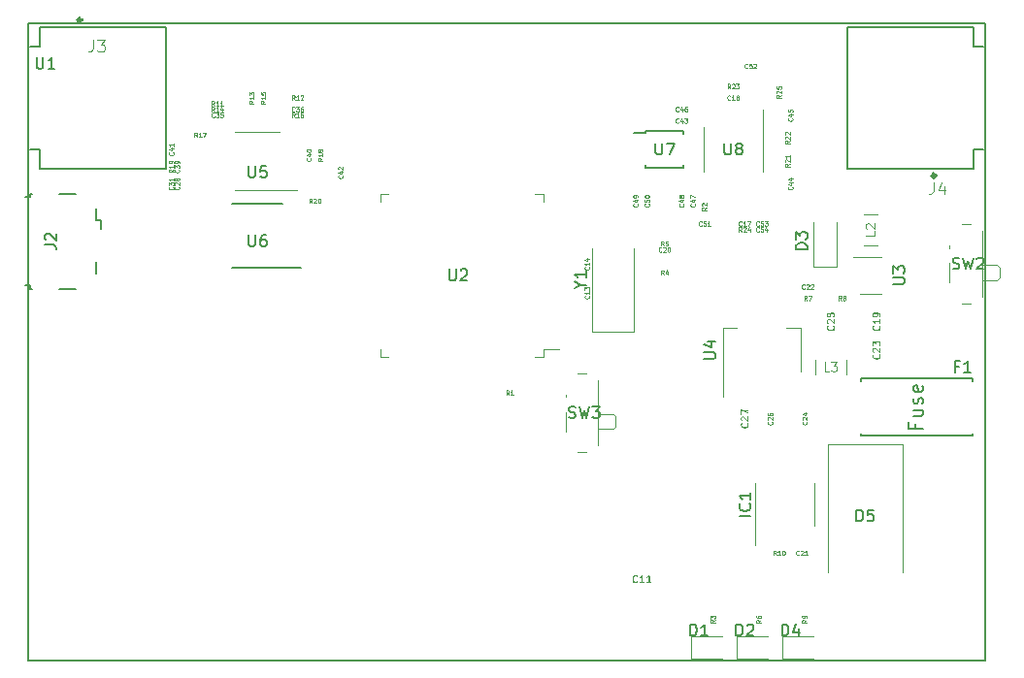
<source format=gbr>
G04 #@! TF.GenerationSoftware,KiCad,Pcbnew,(5.0.1)-3*
G04 #@! TF.CreationDate,2021-08-06T18:40:02+02:00*
G04 #@! TF.ProjectId,Guitar DSP,477569746172204453502E6B69636164,rev?*
G04 #@! TF.SameCoordinates,Original*
G04 #@! TF.FileFunction,Legend,Top*
G04 #@! TF.FilePolarity,Positive*
%FSLAX46Y46*%
G04 Gerber Fmt 4.6, Leading zero omitted, Abs format (unit mm)*
G04 Created by KiCad (PCBNEW (5.0.1)-3) date 06/08/2021 18:40:02*
%MOMM*%
%LPD*%
G01*
G04 APERTURE LIST*
%ADD10C,0.200000*%
%ADD11C,0.120000*%
%ADD12C,0.150000*%
%ADD13C,0.127000*%
%ADD14C,0.340000*%
%ADD15C,0.080000*%
%ADD16C,0.050000*%
%ADD17C,0.015000*%
%ADD18C,0.100000*%
G04 APERTURE END LIST*
D10*
G04 #@! TO.C,U1*
X80000000Y-90000000D02*
X163490000Y-90000000D01*
X80000000Y-145630000D02*
X163490000Y-145630000D01*
X80000000Y-90000000D02*
X80000000Y-145630000D01*
X163490000Y-90000000D02*
X163490000Y-145630000D01*
D11*
G04 #@! TO.C,C11*
X134210000Y-138761252D02*
X134210000Y-138238748D01*
X132790000Y-138761252D02*
X132790000Y-138238748D01*
G04 #@! TO.C,C19*
X154261252Y-116710000D02*
X153738748Y-116710000D01*
X154261252Y-115290000D02*
X153738748Y-115290000D01*
G04 #@! TO.C,C23*
X153738748Y-117790000D02*
X154261252Y-117790000D01*
X153738748Y-119210000D02*
X154261252Y-119210000D01*
G04 #@! TO.C,C25*
X149738748Y-116710000D02*
X150261252Y-116710000D01*
X149738748Y-115290000D02*
X150261252Y-115290000D01*
G04 #@! TO.C,C27*
X142238748Y-123790000D02*
X142761252Y-123790000D01*
X142238748Y-125210000D02*
X142761252Y-125210000D01*
G04 #@! TO.C,D1*
X137815000Y-145460000D02*
X140500000Y-145460000D01*
X137815000Y-143540000D02*
X137815000Y-145460000D01*
X140500000Y-143540000D02*
X137815000Y-143540000D01*
G04 #@! TO.C,D2*
X144500000Y-143540000D02*
X141815000Y-143540000D01*
X141815000Y-143540000D02*
X141815000Y-145460000D01*
X141815000Y-145460000D02*
X144500000Y-145460000D01*
G04 #@! TO.C,D3*
X148500000Y-111250000D02*
X150500000Y-111250000D01*
X150500000Y-111250000D02*
X150500000Y-107350000D01*
X148500000Y-111250000D02*
X148500000Y-107350000D01*
G04 #@! TO.C,D4*
X148500000Y-143540000D02*
X145815000Y-143540000D01*
X145815000Y-143540000D02*
X145815000Y-145460000D01*
X145815000Y-145460000D02*
X148500000Y-145460000D01*
G04 #@! TO.C,D5*
X149750000Y-126700000D02*
X156250000Y-126700000D01*
X149750000Y-126700000D02*
X149750000Y-137900000D01*
X156250000Y-126700000D02*
X156250000Y-137900000D01*
D12*
G04 #@! TO.C,F1*
X152635000Y-120985000D02*
X162365000Y-120985000D01*
X162365000Y-126015000D02*
X162365000Y-125780000D01*
X162365000Y-121220000D02*
X162365000Y-120985000D01*
X152635000Y-126015000D02*
X162365000Y-126015000D01*
X152635000Y-126015000D02*
X152635000Y-125780000D01*
X152635000Y-121220000D02*
X152635000Y-120985000D01*
D11*
G04 #@! TO.C,IC1*
X148590000Y-132000000D02*
X148590000Y-130120000D01*
X148590000Y-132000000D02*
X148590000Y-133880000D01*
X143410000Y-132000000D02*
X143410000Y-130120000D01*
X143410000Y-132000000D02*
X143410000Y-135525000D01*
D12*
G04 #@! TO.C,J2*
X84150000Y-104850000D02*
X82750000Y-104850000D01*
X80350000Y-104850000D02*
X80200000Y-104850000D01*
X80200000Y-104850000D02*
X80200000Y-105150000D01*
X80200000Y-105150000D02*
X79750000Y-105150000D01*
X79750000Y-112850000D02*
X80200000Y-112850000D01*
X80200000Y-112850000D02*
X80200000Y-113150000D01*
X80200000Y-113150000D02*
X80350000Y-113150000D01*
X82750000Y-113150000D02*
X84150000Y-113150000D01*
X86325000Y-107925000D02*
X86325000Y-107200000D01*
X86325000Y-107200000D02*
X85900000Y-107200000D01*
X85900000Y-107200000D02*
X85900000Y-106200000D01*
X85900000Y-110800000D02*
X85900000Y-111800000D01*
D13*
G04 #@! TO.C,J3*
X92000000Y-90300000D02*
X92000000Y-102700000D01*
X92000000Y-102700000D02*
X81000000Y-102700000D01*
X92000000Y-90300000D02*
X81000000Y-90300000D01*
X81000000Y-90300000D02*
X81000000Y-92000000D01*
X81000000Y-101000000D02*
X81000000Y-102700000D01*
X81000000Y-92000000D02*
X80200000Y-92000000D01*
X81000000Y-101000000D02*
X80200000Y-101000000D01*
D14*
X84670000Y-89700000D02*
G75*
G03X84670000Y-89700000I-170000J0D01*
G01*
G04 #@! TO.C,J4*
X159170000Y-103300000D02*
G75*
G03X159170000Y-103300000I-170000J0D01*
G01*
D13*
X162500000Y-92000000D02*
X163300000Y-92000000D01*
X162500000Y-101000000D02*
X163300000Y-101000000D01*
X162500000Y-92000000D02*
X162500000Y-90300000D01*
X162500000Y-102700000D02*
X162500000Y-101000000D01*
X151500000Y-102700000D02*
X162500000Y-102700000D01*
X151500000Y-90300000D02*
X162500000Y-90300000D01*
X151500000Y-102700000D02*
X151500000Y-90300000D01*
D11*
G04 #@! TO.C,L2*
X154102064Y-106640000D02*
X152897936Y-106640000D01*
X154102064Y-109360000D02*
X152897936Y-109360000D01*
G04 #@! TO.C,L3*
X151360000Y-119397936D02*
X151360000Y-120602064D01*
X148640000Y-119397936D02*
X148640000Y-120602064D01*
G04 #@! TO.C,U2*
X111415000Y-104890000D02*
X110715000Y-104890000D01*
X110715000Y-104890000D02*
X110715000Y-105590000D01*
X124235000Y-104890000D02*
X124935000Y-104890000D01*
X124935000Y-104890000D02*
X124935000Y-105590000D01*
X111415000Y-119110000D02*
X110715000Y-119110000D01*
X110715000Y-119110000D02*
X110715000Y-118410000D01*
X124235000Y-119110000D02*
X124935000Y-119110000D01*
X124935000Y-119110000D02*
X124935000Y-118410000D01*
X124935000Y-118410000D02*
X126300000Y-118410000D01*
G04 #@! TO.C,U3*
X152600000Y-113610000D02*
X154400000Y-113610000D01*
X154400000Y-110390000D02*
X151950000Y-110390000D01*
G04 #@! TO.C,U4*
X147410000Y-116590000D02*
X146150000Y-116590000D01*
X140590000Y-116590000D02*
X141850000Y-116590000D01*
X147410000Y-120350000D02*
X147410000Y-116590000D01*
X140590000Y-122600000D02*
X140590000Y-116590000D01*
G04 #@! TO.C,U5*
X100000000Y-99440000D02*
X98050000Y-99440000D01*
X100000000Y-99440000D02*
X101950000Y-99440000D01*
X100000000Y-104560000D02*
X98050000Y-104560000D01*
X100000000Y-104560000D02*
X103450000Y-104560000D01*
D12*
G04 #@! TO.C,U6*
X102200000Y-105775000D02*
X97800000Y-105775000D01*
X103775000Y-111300000D02*
X97800000Y-111300000D01*
G04 #@! TO.C,U7*
X133875000Y-99375000D02*
X133875000Y-99550000D01*
X137125000Y-99375000D02*
X137125000Y-99650000D01*
X137125000Y-102625000D02*
X137125000Y-102350000D01*
X133875000Y-102625000D02*
X133875000Y-102350000D01*
X133875000Y-99375000D02*
X137125000Y-99375000D01*
X133875000Y-102625000D02*
X137125000Y-102625000D01*
X133875000Y-99550000D02*
X132800000Y-99550000D01*
D11*
G04 #@! TO.C,Y1*
X129200000Y-109635001D02*
X129200000Y-116885001D01*
X129200000Y-116885001D02*
X132800000Y-116885001D01*
X132800000Y-116885001D02*
X132800000Y-109635001D01*
G04 #@! TO.C,SW2*
X160380000Y-109600000D02*
X160380000Y-109400000D01*
X164520000Y-112400000D02*
X164730000Y-112200000D01*
X164520000Y-111100000D02*
X164730000Y-111300000D01*
X163230000Y-112400000D02*
X164520000Y-112400000D01*
X164730000Y-112200000D02*
X164730000Y-111300000D01*
X164520000Y-111100000D02*
X163230000Y-111100000D01*
X163230000Y-113850000D02*
X163230000Y-108150000D01*
X160380000Y-112600000D02*
X160380000Y-110900000D01*
X161430000Y-114450000D02*
X162220000Y-114450000D01*
X162220000Y-107550000D02*
X161430000Y-107550000D01*
G04 #@! TO.C,SW3*
X126880000Y-122600000D02*
X126880000Y-122400000D01*
X131020000Y-125400000D02*
X131230000Y-125200000D01*
X131020000Y-124100000D02*
X131230000Y-124300000D01*
X129730000Y-125400000D02*
X131020000Y-125400000D01*
X131230000Y-125200000D02*
X131230000Y-124300000D01*
X131020000Y-124100000D02*
X129730000Y-124100000D01*
X129730000Y-126850000D02*
X129730000Y-121150000D01*
X126880000Y-125600000D02*
X126880000Y-123900000D01*
X127930000Y-127450000D02*
X128720000Y-127450000D01*
X128720000Y-120550000D02*
X127930000Y-120550000D01*
G04 #@! TO.C,U8*
X138940000Y-101000000D02*
X138940000Y-102950000D01*
X138940000Y-101000000D02*
X138940000Y-99050000D01*
X144060000Y-101000000D02*
X144060000Y-102950000D01*
X144060000Y-101000000D02*
X144060000Y-97550000D01*
G04 #@! TO.C,U1*
D12*
X80738095Y-92952380D02*
X80738095Y-93761904D01*
X80785714Y-93857142D01*
X80833333Y-93904761D01*
X80928571Y-93952380D01*
X81119047Y-93952380D01*
X81214285Y-93904761D01*
X81261904Y-93857142D01*
X81309523Y-93761904D01*
X81309523Y-92952380D01*
X82309523Y-93952380D02*
X81738095Y-93952380D01*
X82023809Y-93952380D02*
X82023809Y-92952380D01*
X81928571Y-93095238D01*
X81833333Y-93190476D01*
X81738095Y-93238095D01*
G04 #@! TO.C,C11*
D15*
X133114285Y-138714285D02*
X133085714Y-138742857D01*
X133000000Y-138771428D01*
X132942857Y-138771428D01*
X132857142Y-138742857D01*
X132800000Y-138685714D01*
X132771428Y-138628571D01*
X132742857Y-138514285D01*
X132742857Y-138428571D01*
X132771428Y-138314285D01*
X132800000Y-138257142D01*
X132857142Y-138200000D01*
X132942857Y-138171428D01*
X133000000Y-138171428D01*
X133085714Y-138200000D01*
X133114285Y-138228571D01*
X133685714Y-138771428D02*
X133342857Y-138771428D01*
X133514285Y-138771428D02*
X133514285Y-138171428D01*
X133457142Y-138257142D01*
X133400000Y-138314285D01*
X133342857Y-138342857D01*
X134257142Y-138771428D02*
X133914285Y-138771428D01*
X134085714Y-138771428D02*
X134085714Y-138171428D01*
X134028571Y-138257142D01*
X133971428Y-138314285D01*
X133914285Y-138342857D01*
G04 #@! TO.C,C13*
D16*
X128904857Y-113757142D02*
X128923904Y-113776190D01*
X128942952Y-113833333D01*
X128942952Y-113871428D01*
X128923904Y-113928571D01*
X128885809Y-113966666D01*
X128847714Y-113985714D01*
X128771523Y-114004761D01*
X128714380Y-114004761D01*
X128638190Y-113985714D01*
X128600095Y-113966666D01*
X128562000Y-113928571D01*
X128542952Y-113871428D01*
X128542952Y-113833333D01*
X128562000Y-113776190D01*
X128581047Y-113757142D01*
X128942952Y-113376190D02*
X128942952Y-113604761D01*
X128942952Y-113490476D02*
X128542952Y-113490476D01*
X128600095Y-113528571D01*
X128638190Y-113566666D01*
X128657238Y-113604761D01*
X128542952Y-113242857D02*
X128542952Y-112995238D01*
X128695333Y-113128571D01*
X128695333Y-113071428D01*
X128714380Y-113033333D01*
X128733428Y-113014285D01*
X128771523Y-112995238D01*
X128866761Y-112995238D01*
X128904857Y-113014285D01*
X128923904Y-113033333D01*
X128942952Y-113071428D01*
X128942952Y-113185714D01*
X128923904Y-113223809D01*
X128904857Y-113242857D01*
G04 #@! TO.C,C14*
X128904857Y-111257142D02*
X128923904Y-111276190D01*
X128942952Y-111333333D01*
X128942952Y-111371428D01*
X128923904Y-111428571D01*
X128885809Y-111466666D01*
X128847714Y-111485714D01*
X128771523Y-111504761D01*
X128714380Y-111504761D01*
X128638190Y-111485714D01*
X128600095Y-111466666D01*
X128562000Y-111428571D01*
X128542952Y-111371428D01*
X128542952Y-111333333D01*
X128562000Y-111276190D01*
X128581047Y-111257142D01*
X128942952Y-110876190D02*
X128942952Y-111104761D01*
X128942952Y-110990476D02*
X128542952Y-110990476D01*
X128600095Y-111028571D01*
X128638190Y-111066666D01*
X128657238Y-111104761D01*
X128676285Y-110533333D02*
X128942952Y-110533333D01*
X128523904Y-110628571D02*
X128809619Y-110723809D01*
X128809619Y-110476190D01*
G04 #@! TO.C,C19*
D15*
X154214285Y-116385714D02*
X154242857Y-116414285D01*
X154271428Y-116500000D01*
X154271428Y-116557142D01*
X154242857Y-116642857D01*
X154185714Y-116700000D01*
X154128571Y-116728571D01*
X154014285Y-116757142D01*
X153928571Y-116757142D01*
X153814285Y-116728571D01*
X153757142Y-116700000D01*
X153700000Y-116642857D01*
X153671428Y-116557142D01*
X153671428Y-116500000D01*
X153700000Y-116414285D01*
X153728571Y-116385714D01*
X154271428Y-115814285D02*
X154271428Y-116157142D01*
X154271428Y-115985714D02*
X153671428Y-115985714D01*
X153757142Y-116042857D01*
X153814285Y-116100000D01*
X153842857Y-116157142D01*
X154271428Y-115528571D02*
X154271428Y-115414285D01*
X154242857Y-115357142D01*
X154214285Y-115328571D01*
X154128571Y-115271428D01*
X154014285Y-115242857D01*
X153785714Y-115242857D01*
X153728571Y-115271428D01*
X153700000Y-115300000D01*
X153671428Y-115357142D01*
X153671428Y-115471428D01*
X153700000Y-115528571D01*
X153728571Y-115557142D01*
X153785714Y-115585714D01*
X153928571Y-115585714D01*
X153985714Y-115557142D01*
X154014285Y-115528571D01*
X154042857Y-115471428D01*
X154042857Y-115357142D01*
X154014285Y-115300000D01*
X153985714Y-115271428D01*
X153928571Y-115242857D01*
G04 #@! TO.C,C20*
D16*
X135242857Y-109904857D02*
X135223809Y-109923904D01*
X135166666Y-109942952D01*
X135128571Y-109942952D01*
X135071428Y-109923904D01*
X135033333Y-109885809D01*
X135014285Y-109847714D01*
X134995238Y-109771523D01*
X134995238Y-109714380D01*
X135014285Y-109638190D01*
X135033333Y-109600095D01*
X135071428Y-109562000D01*
X135128571Y-109542952D01*
X135166666Y-109542952D01*
X135223809Y-109562000D01*
X135242857Y-109581047D01*
X135395238Y-109581047D02*
X135414285Y-109562000D01*
X135452380Y-109542952D01*
X135547619Y-109542952D01*
X135585714Y-109562000D01*
X135604761Y-109581047D01*
X135623809Y-109619142D01*
X135623809Y-109657238D01*
X135604761Y-109714380D01*
X135376190Y-109942952D01*
X135623809Y-109942952D01*
X135871428Y-109542952D02*
X135909523Y-109542952D01*
X135947619Y-109562000D01*
X135966666Y-109581047D01*
X135985714Y-109619142D01*
X136004761Y-109695333D01*
X136004761Y-109790571D01*
X135985714Y-109866761D01*
X135966666Y-109904857D01*
X135947619Y-109923904D01*
X135909523Y-109942952D01*
X135871428Y-109942952D01*
X135833333Y-109923904D01*
X135814285Y-109904857D01*
X135795238Y-109866761D01*
X135776190Y-109790571D01*
X135776190Y-109695333D01*
X135795238Y-109619142D01*
X135814285Y-109581047D01*
X135833333Y-109562000D01*
X135871428Y-109542952D01*
G04 #@! TO.C,C21*
X147242857Y-136380857D02*
X147223809Y-136399904D01*
X147166666Y-136418952D01*
X147128571Y-136418952D01*
X147071428Y-136399904D01*
X147033333Y-136361809D01*
X147014285Y-136323714D01*
X146995238Y-136247523D01*
X146995238Y-136190380D01*
X147014285Y-136114190D01*
X147033333Y-136076095D01*
X147071428Y-136038000D01*
X147128571Y-136018952D01*
X147166666Y-136018952D01*
X147223809Y-136038000D01*
X147242857Y-136057047D01*
X147395238Y-136057047D02*
X147414285Y-136038000D01*
X147452380Y-136018952D01*
X147547619Y-136018952D01*
X147585714Y-136038000D01*
X147604761Y-136057047D01*
X147623809Y-136095142D01*
X147623809Y-136133238D01*
X147604761Y-136190380D01*
X147376190Y-136418952D01*
X147623809Y-136418952D01*
X148004761Y-136418952D02*
X147776190Y-136418952D01*
X147890476Y-136418952D02*
X147890476Y-136018952D01*
X147852380Y-136076095D01*
X147814285Y-136114190D01*
X147776190Y-136133238D01*
G04 #@! TO.C,C22*
X147742857Y-113142857D02*
X147723809Y-113161904D01*
X147666666Y-113180952D01*
X147628571Y-113180952D01*
X147571428Y-113161904D01*
X147533333Y-113123809D01*
X147514285Y-113085714D01*
X147495238Y-113009523D01*
X147495238Y-112952380D01*
X147514285Y-112876190D01*
X147533333Y-112838095D01*
X147571428Y-112800000D01*
X147628571Y-112780952D01*
X147666666Y-112780952D01*
X147723809Y-112800000D01*
X147742857Y-112819047D01*
X147895238Y-112819047D02*
X147914285Y-112800000D01*
X147952380Y-112780952D01*
X148047619Y-112780952D01*
X148085714Y-112800000D01*
X148104761Y-112819047D01*
X148123809Y-112857142D01*
X148123809Y-112895238D01*
X148104761Y-112952380D01*
X147876190Y-113180952D01*
X148123809Y-113180952D01*
X148276190Y-112819047D02*
X148295238Y-112800000D01*
X148333333Y-112780952D01*
X148428571Y-112780952D01*
X148466666Y-112800000D01*
X148485714Y-112819047D01*
X148504761Y-112857142D01*
X148504761Y-112895238D01*
X148485714Y-112952380D01*
X148257142Y-113180952D01*
X148504761Y-113180952D01*
G04 #@! TO.C,C23*
D15*
X154214285Y-118885714D02*
X154242857Y-118914285D01*
X154271428Y-119000000D01*
X154271428Y-119057142D01*
X154242857Y-119142857D01*
X154185714Y-119200000D01*
X154128571Y-119228571D01*
X154014285Y-119257142D01*
X153928571Y-119257142D01*
X153814285Y-119228571D01*
X153757142Y-119200000D01*
X153700000Y-119142857D01*
X153671428Y-119057142D01*
X153671428Y-119000000D01*
X153700000Y-118914285D01*
X153728571Y-118885714D01*
X153728571Y-118657142D02*
X153700000Y-118628571D01*
X153671428Y-118571428D01*
X153671428Y-118428571D01*
X153700000Y-118371428D01*
X153728571Y-118342857D01*
X153785714Y-118314285D01*
X153842857Y-118314285D01*
X153928571Y-118342857D01*
X154271428Y-118685714D01*
X154271428Y-118314285D01*
X153671428Y-118114285D02*
X153671428Y-117742857D01*
X153900000Y-117942857D01*
X153900000Y-117857142D01*
X153928571Y-117800000D01*
X153957142Y-117771428D01*
X154014285Y-117742857D01*
X154157142Y-117742857D01*
X154214285Y-117771428D01*
X154242857Y-117800000D01*
X154271428Y-117857142D01*
X154271428Y-118028571D01*
X154242857Y-118085714D01*
X154214285Y-118114285D01*
G04 #@! TO.C,C24*
D16*
X147904857Y-124757142D02*
X147923904Y-124776190D01*
X147942952Y-124833333D01*
X147942952Y-124871428D01*
X147923904Y-124928571D01*
X147885809Y-124966666D01*
X147847714Y-124985714D01*
X147771523Y-125004761D01*
X147714380Y-125004761D01*
X147638190Y-124985714D01*
X147600095Y-124966666D01*
X147562000Y-124928571D01*
X147542952Y-124871428D01*
X147542952Y-124833333D01*
X147562000Y-124776190D01*
X147581047Y-124757142D01*
X147581047Y-124604761D02*
X147562000Y-124585714D01*
X147542952Y-124547619D01*
X147542952Y-124452380D01*
X147562000Y-124414285D01*
X147581047Y-124395238D01*
X147619142Y-124376190D01*
X147657238Y-124376190D01*
X147714380Y-124395238D01*
X147942952Y-124623809D01*
X147942952Y-124376190D01*
X147676285Y-124033333D02*
X147942952Y-124033333D01*
X147523904Y-124128571D02*
X147809619Y-124223809D01*
X147809619Y-123976190D01*
G04 #@! TO.C,C25*
D15*
X150214285Y-116385714D02*
X150242857Y-116414285D01*
X150271428Y-116500000D01*
X150271428Y-116557142D01*
X150242857Y-116642857D01*
X150185714Y-116700000D01*
X150128571Y-116728571D01*
X150014285Y-116757142D01*
X149928571Y-116757142D01*
X149814285Y-116728571D01*
X149757142Y-116700000D01*
X149700000Y-116642857D01*
X149671428Y-116557142D01*
X149671428Y-116500000D01*
X149700000Y-116414285D01*
X149728571Y-116385714D01*
X149728571Y-116157142D02*
X149700000Y-116128571D01*
X149671428Y-116071428D01*
X149671428Y-115928571D01*
X149700000Y-115871428D01*
X149728571Y-115842857D01*
X149785714Y-115814285D01*
X149842857Y-115814285D01*
X149928571Y-115842857D01*
X150271428Y-116185714D01*
X150271428Y-115814285D01*
X149671428Y-115271428D02*
X149671428Y-115557142D01*
X149957142Y-115585714D01*
X149928571Y-115557142D01*
X149900000Y-115500000D01*
X149900000Y-115357142D01*
X149928571Y-115300000D01*
X149957142Y-115271428D01*
X150014285Y-115242857D01*
X150157142Y-115242857D01*
X150214285Y-115271428D01*
X150242857Y-115300000D01*
X150271428Y-115357142D01*
X150271428Y-115500000D01*
X150242857Y-115557142D01*
X150214285Y-115585714D01*
G04 #@! TO.C,C26*
D16*
X144880857Y-124757142D02*
X144899904Y-124776190D01*
X144918952Y-124833333D01*
X144918952Y-124871428D01*
X144899904Y-124928571D01*
X144861809Y-124966666D01*
X144823714Y-124985714D01*
X144747523Y-125004761D01*
X144690380Y-125004761D01*
X144614190Y-124985714D01*
X144576095Y-124966666D01*
X144538000Y-124928571D01*
X144518952Y-124871428D01*
X144518952Y-124833333D01*
X144538000Y-124776190D01*
X144557047Y-124757142D01*
X144557047Y-124604761D02*
X144538000Y-124585714D01*
X144518952Y-124547619D01*
X144518952Y-124452380D01*
X144538000Y-124414285D01*
X144557047Y-124395238D01*
X144595142Y-124376190D01*
X144633238Y-124376190D01*
X144690380Y-124395238D01*
X144918952Y-124623809D01*
X144918952Y-124376190D01*
X144518952Y-124033333D02*
X144518952Y-124109523D01*
X144538000Y-124147619D01*
X144557047Y-124166666D01*
X144614190Y-124204761D01*
X144690380Y-124223809D01*
X144842761Y-124223809D01*
X144880857Y-124204761D01*
X144899904Y-124185714D01*
X144918952Y-124147619D01*
X144918952Y-124071428D01*
X144899904Y-124033333D01*
X144880857Y-124014285D01*
X144842761Y-123995238D01*
X144747523Y-123995238D01*
X144709428Y-124014285D01*
X144690380Y-124033333D01*
X144671333Y-124071428D01*
X144671333Y-124147619D01*
X144690380Y-124185714D01*
X144709428Y-124204761D01*
X144747523Y-124223809D01*
G04 #@! TO.C,C27*
D15*
X142714285Y-124885714D02*
X142742857Y-124914285D01*
X142771428Y-125000000D01*
X142771428Y-125057142D01*
X142742857Y-125142857D01*
X142685714Y-125200000D01*
X142628571Y-125228571D01*
X142514285Y-125257142D01*
X142428571Y-125257142D01*
X142314285Y-125228571D01*
X142257142Y-125200000D01*
X142200000Y-125142857D01*
X142171428Y-125057142D01*
X142171428Y-125000000D01*
X142200000Y-124914285D01*
X142228571Y-124885714D01*
X142228571Y-124657142D02*
X142200000Y-124628571D01*
X142171428Y-124571428D01*
X142171428Y-124428571D01*
X142200000Y-124371428D01*
X142228571Y-124342857D01*
X142285714Y-124314285D01*
X142342857Y-124314285D01*
X142428571Y-124342857D01*
X142771428Y-124685714D01*
X142771428Y-124314285D01*
X142171428Y-124114285D02*
X142171428Y-123714285D01*
X142771428Y-123971428D01*
G04 #@! TO.C,C28*
D16*
X93142857Y-104257142D02*
X93161904Y-104276190D01*
X93180952Y-104333333D01*
X93180952Y-104371428D01*
X93161904Y-104428571D01*
X93123809Y-104466666D01*
X93085714Y-104485714D01*
X93009523Y-104504761D01*
X92952380Y-104504761D01*
X92876190Y-104485714D01*
X92838095Y-104466666D01*
X92800000Y-104428571D01*
X92780952Y-104371428D01*
X92780952Y-104333333D01*
X92800000Y-104276190D01*
X92819047Y-104257142D01*
X92819047Y-104104761D02*
X92800000Y-104085714D01*
X92780952Y-104047619D01*
X92780952Y-103952380D01*
X92800000Y-103914285D01*
X92819047Y-103895238D01*
X92857142Y-103876190D01*
X92895238Y-103876190D01*
X92952380Y-103895238D01*
X93180952Y-104123809D01*
X93180952Y-103876190D01*
X92952380Y-103647619D02*
X92933333Y-103685714D01*
X92914285Y-103704761D01*
X92876190Y-103723809D01*
X92857142Y-103723809D01*
X92819047Y-103704761D01*
X92800000Y-103685714D01*
X92780952Y-103647619D01*
X92780952Y-103571428D01*
X92800000Y-103533333D01*
X92819047Y-103514285D01*
X92857142Y-103495238D01*
X92876190Y-103495238D01*
X92914285Y-103514285D01*
X92933333Y-103533333D01*
X92952380Y-103571428D01*
X92952380Y-103647619D01*
X92971428Y-103685714D01*
X92990476Y-103704761D01*
X93028571Y-103723809D01*
X93104761Y-103723809D01*
X93142857Y-103704761D01*
X93161904Y-103685714D01*
X93180952Y-103647619D01*
X93180952Y-103571428D01*
X93161904Y-103533333D01*
X93142857Y-103514285D01*
X93104761Y-103495238D01*
X93028571Y-103495238D01*
X92990476Y-103514285D01*
X92971428Y-103533333D01*
X92952380Y-103571428D01*
G04 #@! TO.C,C31*
X92642857Y-104257142D02*
X92661904Y-104276190D01*
X92680952Y-104333333D01*
X92680952Y-104371428D01*
X92661904Y-104428571D01*
X92623809Y-104466666D01*
X92585714Y-104485714D01*
X92509523Y-104504761D01*
X92452380Y-104504761D01*
X92376190Y-104485714D01*
X92338095Y-104466666D01*
X92300000Y-104428571D01*
X92280952Y-104371428D01*
X92280952Y-104333333D01*
X92300000Y-104276190D01*
X92319047Y-104257142D01*
X92280952Y-104123809D02*
X92280952Y-103876190D01*
X92433333Y-104009523D01*
X92433333Y-103952380D01*
X92452380Y-103914285D01*
X92471428Y-103895238D01*
X92509523Y-103876190D01*
X92604761Y-103876190D01*
X92642857Y-103895238D01*
X92661904Y-103914285D01*
X92680952Y-103952380D01*
X92680952Y-104066666D01*
X92661904Y-104104761D01*
X92642857Y-104123809D01*
X92680952Y-103495238D02*
X92680952Y-103723809D01*
X92680952Y-103609523D02*
X92280952Y-103609523D01*
X92338095Y-103647619D01*
X92376190Y-103685714D01*
X92395238Y-103723809D01*
G04 #@! TO.C,C35*
X96242857Y-98142857D02*
X96223809Y-98161904D01*
X96166666Y-98180952D01*
X96128571Y-98180952D01*
X96071428Y-98161904D01*
X96033333Y-98123809D01*
X96014285Y-98085714D01*
X95995238Y-98009523D01*
X95995238Y-97952380D01*
X96014285Y-97876190D01*
X96033333Y-97838095D01*
X96071428Y-97800000D01*
X96128571Y-97780952D01*
X96166666Y-97780952D01*
X96223809Y-97800000D01*
X96242857Y-97819047D01*
X96376190Y-97780952D02*
X96623809Y-97780952D01*
X96490476Y-97933333D01*
X96547619Y-97933333D01*
X96585714Y-97952380D01*
X96604761Y-97971428D01*
X96623809Y-98009523D01*
X96623809Y-98104761D01*
X96604761Y-98142857D01*
X96585714Y-98161904D01*
X96547619Y-98180952D01*
X96433333Y-98180952D01*
X96395238Y-98161904D01*
X96376190Y-98142857D01*
X96985714Y-97780952D02*
X96795238Y-97780952D01*
X96776190Y-97971428D01*
X96795238Y-97952380D01*
X96833333Y-97933333D01*
X96928571Y-97933333D01*
X96966666Y-97952380D01*
X96985714Y-97971428D01*
X97004761Y-98009523D01*
X97004761Y-98104761D01*
X96985714Y-98142857D01*
X96966666Y-98161904D01*
X96928571Y-98180952D01*
X96833333Y-98180952D01*
X96795238Y-98161904D01*
X96776190Y-98142857D01*
G04 #@! TO.C,C36*
X103242857Y-97642857D02*
X103223809Y-97661904D01*
X103166666Y-97680952D01*
X103128571Y-97680952D01*
X103071428Y-97661904D01*
X103033333Y-97623809D01*
X103014285Y-97585714D01*
X102995238Y-97509523D01*
X102995238Y-97452380D01*
X103014285Y-97376190D01*
X103033333Y-97338095D01*
X103071428Y-97300000D01*
X103128571Y-97280952D01*
X103166666Y-97280952D01*
X103223809Y-97300000D01*
X103242857Y-97319047D01*
X103376190Y-97280952D02*
X103623809Y-97280952D01*
X103490476Y-97433333D01*
X103547619Y-97433333D01*
X103585714Y-97452380D01*
X103604761Y-97471428D01*
X103623809Y-97509523D01*
X103623809Y-97604761D01*
X103604761Y-97642857D01*
X103585714Y-97661904D01*
X103547619Y-97680952D01*
X103433333Y-97680952D01*
X103395238Y-97661904D01*
X103376190Y-97642857D01*
X103966666Y-97280952D02*
X103890476Y-97280952D01*
X103852380Y-97300000D01*
X103833333Y-97319047D01*
X103795238Y-97376190D01*
X103776190Y-97452380D01*
X103776190Y-97604761D01*
X103795238Y-97642857D01*
X103814285Y-97661904D01*
X103852380Y-97680952D01*
X103928571Y-97680952D01*
X103966666Y-97661904D01*
X103985714Y-97642857D01*
X104004761Y-97604761D01*
X104004761Y-97509523D01*
X103985714Y-97471428D01*
X103966666Y-97452380D01*
X103928571Y-97433333D01*
X103852380Y-97433333D01*
X103814285Y-97452380D01*
X103795238Y-97471428D01*
X103776190Y-97509523D01*
G04 #@! TO.C,C39*
X93142857Y-102757142D02*
X93161904Y-102776190D01*
X93180952Y-102833333D01*
X93180952Y-102871428D01*
X93161904Y-102928571D01*
X93123809Y-102966666D01*
X93085714Y-102985714D01*
X93009523Y-103004761D01*
X92952380Y-103004761D01*
X92876190Y-102985714D01*
X92838095Y-102966666D01*
X92800000Y-102928571D01*
X92780952Y-102871428D01*
X92780952Y-102833333D01*
X92800000Y-102776190D01*
X92819047Y-102757142D01*
X92780952Y-102623809D02*
X92780952Y-102376190D01*
X92933333Y-102509523D01*
X92933333Y-102452380D01*
X92952380Y-102414285D01*
X92971428Y-102395238D01*
X93009523Y-102376190D01*
X93104761Y-102376190D01*
X93142857Y-102395238D01*
X93161904Y-102414285D01*
X93180952Y-102452380D01*
X93180952Y-102566666D01*
X93161904Y-102604761D01*
X93142857Y-102623809D01*
X93180952Y-102185714D02*
X93180952Y-102109523D01*
X93161904Y-102071428D01*
X93142857Y-102052380D01*
X93085714Y-102014285D01*
X93009523Y-101995238D01*
X92857142Y-101995238D01*
X92819047Y-102014285D01*
X92800000Y-102033333D01*
X92780952Y-102071428D01*
X92780952Y-102147619D01*
X92800000Y-102185714D01*
X92819047Y-102204761D01*
X92857142Y-102223809D01*
X92952380Y-102223809D01*
X92990476Y-102204761D01*
X93009523Y-102185714D01*
X93028571Y-102147619D01*
X93028571Y-102071428D01*
X93009523Y-102033333D01*
X92990476Y-102014285D01*
X92952380Y-101995238D01*
G04 #@! TO.C,C40*
X104642857Y-101757142D02*
X104661904Y-101776190D01*
X104680952Y-101833333D01*
X104680952Y-101871428D01*
X104661904Y-101928571D01*
X104623809Y-101966666D01*
X104585714Y-101985714D01*
X104509523Y-102004761D01*
X104452380Y-102004761D01*
X104376190Y-101985714D01*
X104338095Y-101966666D01*
X104300000Y-101928571D01*
X104280952Y-101871428D01*
X104280952Y-101833333D01*
X104300000Y-101776190D01*
X104319047Y-101757142D01*
X104414285Y-101414285D02*
X104680952Y-101414285D01*
X104261904Y-101509523D02*
X104547619Y-101604761D01*
X104547619Y-101357142D01*
X104280952Y-101128571D02*
X104280952Y-101090476D01*
X104300000Y-101052380D01*
X104319047Y-101033333D01*
X104357142Y-101014285D01*
X104433333Y-100995238D01*
X104528571Y-100995238D01*
X104604761Y-101014285D01*
X104642857Y-101033333D01*
X104661904Y-101052380D01*
X104680952Y-101090476D01*
X104680952Y-101128571D01*
X104661904Y-101166666D01*
X104642857Y-101185714D01*
X104604761Y-101204761D01*
X104528571Y-101223809D01*
X104433333Y-101223809D01*
X104357142Y-101204761D01*
X104319047Y-101185714D01*
X104300000Y-101166666D01*
X104280952Y-101128571D01*
G04 #@! TO.C,C41*
X92642857Y-101257142D02*
X92661904Y-101276190D01*
X92680952Y-101333333D01*
X92680952Y-101371428D01*
X92661904Y-101428571D01*
X92623809Y-101466666D01*
X92585714Y-101485714D01*
X92509523Y-101504761D01*
X92452380Y-101504761D01*
X92376190Y-101485714D01*
X92338095Y-101466666D01*
X92300000Y-101428571D01*
X92280952Y-101371428D01*
X92280952Y-101333333D01*
X92300000Y-101276190D01*
X92319047Y-101257142D01*
X92414285Y-100914285D02*
X92680952Y-100914285D01*
X92261904Y-101009523D02*
X92547619Y-101104761D01*
X92547619Y-100857142D01*
X92680952Y-100495238D02*
X92680952Y-100723809D01*
X92680952Y-100609523D02*
X92280952Y-100609523D01*
X92338095Y-100647619D01*
X92376190Y-100685714D01*
X92395238Y-100723809D01*
G04 #@! TO.C,C42*
X107404857Y-103257142D02*
X107423904Y-103276190D01*
X107442952Y-103333333D01*
X107442952Y-103371428D01*
X107423904Y-103428571D01*
X107385809Y-103466666D01*
X107347714Y-103485714D01*
X107271523Y-103504761D01*
X107214380Y-103504761D01*
X107138190Y-103485714D01*
X107100095Y-103466666D01*
X107062000Y-103428571D01*
X107042952Y-103371428D01*
X107042952Y-103333333D01*
X107062000Y-103276190D01*
X107081047Y-103257142D01*
X107176285Y-102914285D02*
X107442952Y-102914285D01*
X107023904Y-103009523D02*
X107309619Y-103104761D01*
X107309619Y-102857142D01*
X107081047Y-102723809D02*
X107062000Y-102704761D01*
X107042952Y-102666666D01*
X107042952Y-102571428D01*
X107062000Y-102533333D01*
X107081047Y-102514285D01*
X107119142Y-102495238D01*
X107157238Y-102495238D01*
X107214380Y-102514285D01*
X107442952Y-102742857D01*
X107442952Y-102495238D01*
G04 #@! TO.C,C43*
X136742857Y-98642857D02*
X136723809Y-98661904D01*
X136666666Y-98680952D01*
X136628571Y-98680952D01*
X136571428Y-98661904D01*
X136533333Y-98623809D01*
X136514285Y-98585714D01*
X136495238Y-98509523D01*
X136495238Y-98452380D01*
X136514285Y-98376190D01*
X136533333Y-98338095D01*
X136571428Y-98300000D01*
X136628571Y-98280952D01*
X136666666Y-98280952D01*
X136723809Y-98300000D01*
X136742857Y-98319047D01*
X137085714Y-98414285D02*
X137085714Y-98680952D01*
X136990476Y-98261904D02*
X136895238Y-98547619D01*
X137142857Y-98547619D01*
X137257142Y-98280952D02*
X137504761Y-98280952D01*
X137371428Y-98433333D01*
X137428571Y-98433333D01*
X137466666Y-98452380D01*
X137485714Y-98471428D01*
X137504761Y-98509523D01*
X137504761Y-98604761D01*
X137485714Y-98642857D01*
X137466666Y-98661904D01*
X137428571Y-98680952D01*
X137314285Y-98680952D01*
X137276190Y-98661904D01*
X137257142Y-98642857D01*
G04 #@! TO.C,C44*
X146642857Y-104257142D02*
X146661904Y-104276190D01*
X146680952Y-104333333D01*
X146680952Y-104371428D01*
X146661904Y-104428571D01*
X146623809Y-104466666D01*
X146585714Y-104485714D01*
X146509523Y-104504761D01*
X146452380Y-104504761D01*
X146376190Y-104485714D01*
X146338095Y-104466666D01*
X146300000Y-104428571D01*
X146280952Y-104371428D01*
X146280952Y-104333333D01*
X146300000Y-104276190D01*
X146319047Y-104257142D01*
X146414285Y-103914285D02*
X146680952Y-103914285D01*
X146261904Y-104009523D02*
X146547619Y-104104761D01*
X146547619Y-103857142D01*
X146414285Y-103533333D02*
X146680952Y-103533333D01*
X146261904Y-103628571D02*
X146547619Y-103723809D01*
X146547619Y-103476190D01*
G04 #@! TO.C,C45*
X146642857Y-98257142D02*
X146661904Y-98276190D01*
X146680952Y-98333333D01*
X146680952Y-98371428D01*
X146661904Y-98428571D01*
X146623809Y-98466666D01*
X146585714Y-98485714D01*
X146509523Y-98504761D01*
X146452380Y-98504761D01*
X146376190Y-98485714D01*
X146338095Y-98466666D01*
X146300000Y-98428571D01*
X146280952Y-98371428D01*
X146280952Y-98333333D01*
X146300000Y-98276190D01*
X146319047Y-98257142D01*
X146414285Y-97914285D02*
X146680952Y-97914285D01*
X146261904Y-98009523D02*
X146547619Y-98104761D01*
X146547619Y-97857142D01*
X146280952Y-97514285D02*
X146280952Y-97704761D01*
X146471428Y-97723809D01*
X146452380Y-97704761D01*
X146433333Y-97666666D01*
X146433333Y-97571428D01*
X146452380Y-97533333D01*
X146471428Y-97514285D01*
X146509523Y-97495238D01*
X146604761Y-97495238D01*
X146642857Y-97514285D01*
X146661904Y-97533333D01*
X146680952Y-97571428D01*
X146680952Y-97666666D01*
X146661904Y-97704761D01*
X146642857Y-97723809D01*
G04 #@! TO.C,C46*
X136742857Y-97642857D02*
X136723809Y-97661904D01*
X136666666Y-97680952D01*
X136628571Y-97680952D01*
X136571428Y-97661904D01*
X136533333Y-97623809D01*
X136514285Y-97585714D01*
X136495238Y-97509523D01*
X136495238Y-97452380D01*
X136514285Y-97376190D01*
X136533333Y-97338095D01*
X136571428Y-97300000D01*
X136628571Y-97280952D01*
X136666666Y-97280952D01*
X136723809Y-97300000D01*
X136742857Y-97319047D01*
X137085714Y-97414285D02*
X137085714Y-97680952D01*
X136990476Y-97261904D02*
X136895238Y-97547619D01*
X137142857Y-97547619D01*
X137466666Y-97280952D02*
X137390476Y-97280952D01*
X137352380Y-97300000D01*
X137333333Y-97319047D01*
X137295238Y-97376190D01*
X137276190Y-97452380D01*
X137276190Y-97604761D01*
X137295238Y-97642857D01*
X137314285Y-97661904D01*
X137352380Y-97680952D01*
X137428571Y-97680952D01*
X137466666Y-97661904D01*
X137485714Y-97642857D01*
X137504761Y-97604761D01*
X137504761Y-97509523D01*
X137485714Y-97471428D01*
X137466666Y-97452380D01*
X137428571Y-97433333D01*
X137352380Y-97433333D01*
X137314285Y-97452380D01*
X137295238Y-97471428D01*
X137276190Y-97509523D01*
G04 #@! TO.C,C47*
X138142857Y-105757142D02*
X138161904Y-105776190D01*
X138180952Y-105833333D01*
X138180952Y-105871428D01*
X138161904Y-105928571D01*
X138123809Y-105966666D01*
X138085714Y-105985714D01*
X138009523Y-106004761D01*
X137952380Y-106004761D01*
X137876190Y-105985714D01*
X137838095Y-105966666D01*
X137800000Y-105928571D01*
X137780952Y-105871428D01*
X137780952Y-105833333D01*
X137800000Y-105776190D01*
X137819047Y-105757142D01*
X137914285Y-105414285D02*
X138180952Y-105414285D01*
X137761904Y-105509523D02*
X138047619Y-105604761D01*
X138047619Y-105357142D01*
X137780952Y-105242857D02*
X137780952Y-104976190D01*
X138180952Y-105147619D01*
G04 #@! TO.C,C48*
X137142857Y-105757142D02*
X137161904Y-105776190D01*
X137180952Y-105833333D01*
X137180952Y-105871428D01*
X137161904Y-105928571D01*
X137123809Y-105966666D01*
X137085714Y-105985714D01*
X137009523Y-106004761D01*
X136952380Y-106004761D01*
X136876190Y-105985714D01*
X136838095Y-105966666D01*
X136800000Y-105928571D01*
X136780952Y-105871428D01*
X136780952Y-105833333D01*
X136800000Y-105776190D01*
X136819047Y-105757142D01*
X136914285Y-105414285D02*
X137180952Y-105414285D01*
X136761904Y-105509523D02*
X137047619Y-105604761D01*
X137047619Y-105357142D01*
X136952380Y-105147619D02*
X136933333Y-105185714D01*
X136914285Y-105204761D01*
X136876190Y-105223809D01*
X136857142Y-105223809D01*
X136819047Y-105204761D01*
X136800000Y-105185714D01*
X136780952Y-105147619D01*
X136780952Y-105071428D01*
X136800000Y-105033333D01*
X136819047Y-105014285D01*
X136857142Y-104995238D01*
X136876190Y-104995238D01*
X136914285Y-105014285D01*
X136933333Y-105033333D01*
X136952380Y-105071428D01*
X136952380Y-105147619D01*
X136971428Y-105185714D01*
X136990476Y-105204761D01*
X137028571Y-105223809D01*
X137104761Y-105223809D01*
X137142857Y-105204761D01*
X137161904Y-105185714D01*
X137180952Y-105147619D01*
X137180952Y-105071428D01*
X137161904Y-105033333D01*
X137142857Y-105014285D01*
X137104761Y-104995238D01*
X137028571Y-104995238D01*
X136990476Y-105014285D01*
X136971428Y-105033333D01*
X136952380Y-105071428D01*
G04 #@! TO.C,C49*
X133142857Y-105757142D02*
X133161904Y-105776190D01*
X133180952Y-105833333D01*
X133180952Y-105871428D01*
X133161904Y-105928571D01*
X133123809Y-105966666D01*
X133085714Y-105985714D01*
X133009523Y-106004761D01*
X132952380Y-106004761D01*
X132876190Y-105985714D01*
X132838095Y-105966666D01*
X132800000Y-105928571D01*
X132780952Y-105871428D01*
X132780952Y-105833333D01*
X132800000Y-105776190D01*
X132819047Y-105757142D01*
X132914285Y-105414285D02*
X133180952Y-105414285D01*
X132761904Y-105509523D02*
X133047619Y-105604761D01*
X133047619Y-105357142D01*
X133180952Y-105185714D02*
X133180952Y-105109523D01*
X133161904Y-105071428D01*
X133142857Y-105052380D01*
X133085714Y-105014285D01*
X133009523Y-104995238D01*
X132857142Y-104995238D01*
X132819047Y-105014285D01*
X132800000Y-105033333D01*
X132780952Y-105071428D01*
X132780952Y-105147619D01*
X132800000Y-105185714D01*
X132819047Y-105204761D01*
X132857142Y-105223809D01*
X132952380Y-105223809D01*
X132990476Y-105204761D01*
X133009523Y-105185714D01*
X133028571Y-105147619D01*
X133028571Y-105071428D01*
X133009523Y-105033333D01*
X132990476Y-105014285D01*
X132952380Y-104995238D01*
G04 #@! TO.C,C50*
X134142857Y-105757142D02*
X134161904Y-105776190D01*
X134180952Y-105833333D01*
X134180952Y-105871428D01*
X134161904Y-105928571D01*
X134123809Y-105966666D01*
X134085714Y-105985714D01*
X134009523Y-106004761D01*
X133952380Y-106004761D01*
X133876190Y-105985714D01*
X133838095Y-105966666D01*
X133800000Y-105928571D01*
X133780952Y-105871428D01*
X133780952Y-105833333D01*
X133800000Y-105776190D01*
X133819047Y-105757142D01*
X133780952Y-105395238D02*
X133780952Y-105585714D01*
X133971428Y-105604761D01*
X133952380Y-105585714D01*
X133933333Y-105547619D01*
X133933333Y-105452380D01*
X133952380Y-105414285D01*
X133971428Y-105395238D01*
X134009523Y-105376190D01*
X134104761Y-105376190D01*
X134142857Y-105395238D01*
X134161904Y-105414285D01*
X134180952Y-105452380D01*
X134180952Y-105547619D01*
X134161904Y-105585714D01*
X134142857Y-105604761D01*
X133780952Y-105128571D02*
X133780952Y-105090476D01*
X133800000Y-105052380D01*
X133819047Y-105033333D01*
X133857142Y-105014285D01*
X133933333Y-104995238D01*
X134028571Y-104995238D01*
X134104761Y-105014285D01*
X134142857Y-105033333D01*
X134161904Y-105052380D01*
X134180952Y-105090476D01*
X134180952Y-105128571D01*
X134161904Y-105166666D01*
X134142857Y-105185714D01*
X134104761Y-105204761D01*
X134028571Y-105223809D01*
X133933333Y-105223809D01*
X133857142Y-105204761D01*
X133819047Y-105185714D01*
X133800000Y-105166666D01*
X133780952Y-105128571D01*
G04 #@! TO.C,D1*
D12*
X137761904Y-143452380D02*
X137761904Y-142452380D01*
X138000000Y-142452380D01*
X138142857Y-142500000D01*
X138238095Y-142595238D01*
X138285714Y-142690476D01*
X138333333Y-142880952D01*
X138333333Y-143023809D01*
X138285714Y-143214285D01*
X138238095Y-143309523D01*
X138142857Y-143404761D01*
X138000000Y-143452380D01*
X137761904Y-143452380D01*
X139285714Y-143452380D02*
X138714285Y-143452380D01*
X139000000Y-143452380D02*
X139000000Y-142452380D01*
X138904761Y-142595238D01*
X138809523Y-142690476D01*
X138714285Y-142738095D01*
G04 #@! TO.C,D2*
X141761904Y-143452380D02*
X141761904Y-142452380D01*
X142000000Y-142452380D01*
X142142857Y-142500000D01*
X142238095Y-142595238D01*
X142285714Y-142690476D01*
X142333333Y-142880952D01*
X142333333Y-143023809D01*
X142285714Y-143214285D01*
X142238095Y-143309523D01*
X142142857Y-143404761D01*
X142000000Y-143452380D01*
X141761904Y-143452380D01*
X142714285Y-142547619D02*
X142761904Y-142500000D01*
X142857142Y-142452380D01*
X143095238Y-142452380D01*
X143190476Y-142500000D01*
X143238095Y-142547619D01*
X143285714Y-142642857D01*
X143285714Y-142738095D01*
X143238095Y-142880952D01*
X142666666Y-143452380D01*
X143285714Y-143452380D01*
G04 #@! TO.C,D3*
X147952380Y-109738095D02*
X146952380Y-109738095D01*
X146952380Y-109500000D01*
X147000000Y-109357142D01*
X147095238Y-109261904D01*
X147190476Y-109214285D01*
X147380952Y-109166666D01*
X147523809Y-109166666D01*
X147714285Y-109214285D01*
X147809523Y-109261904D01*
X147904761Y-109357142D01*
X147952380Y-109500000D01*
X147952380Y-109738095D01*
X146952380Y-108833333D02*
X146952380Y-108214285D01*
X147333333Y-108547619D01*
X147333333Y-108404761D01*
X147380952Y-108309523D01*
X147428571Y-108261904D01*
X147523809Y-108214285D01*
X147761904Y-108214285D01*
X147857142Y-108261904D01*
X147904761Y-108309523D01*
X147952380Y-108404761D01*
X147952380Y-108690476D01*
X147904761Y-108785714D01*
X147857142Y-108833333D01*
G04 #@! TO.C,D4*
X145761904Y-143452380D02*
X145761904Y-142452380D01*
X146000000Y-142452380D01*
X146142857Y-142500000D01*
X146238095Y-142595238D01*
X146285714Y-142690476D01*
X146333333Y-142880952D01*
X146333333Y-143023809D01*
X146285714Y-143214285D01*
X146238095Y-143309523D01*
X146142857Y-143404761D01*
X146000000Y-143452380D01*
X145761904Y-143452380D01*
X147190476Y-142785714D02*
X147190476Y-143452380D01*
X146952380Y-142404761D02*
X146714285Y-143119047D01*
X147333333Y-143119047D01*
G04 #@! TO.C,D5*
X152261904Y-133452380D02*
X152261904Y-132452380D01*
X152500000Y-132452380D01*
X152642857Y-132500000D01*
X152738095Y-132595238D01*
X152785714Y-132690476D01*
X152833333Y-132880952D01*
X152833333Y-133023809D01*
X152785714Y-133214285D01*
X152738095Y-133309523D01*
X152642857Y-133404761D01*
X152500000Y-133452380D01*
X152261904Y-133452380D01*
X153738095Y-132452380D02*
X153261904Y-132452380D01*
X153214285Y-132928571D01*
X153261904Y-132880952D01*
X153357142Y-132833333D01*
X153595238Y-132833333D01*
X153690476Y-132880952D01*
X153738095Y-132928571D01*
X153785714Y-133023809D01*
X153785714Y-133261904D01*
X153738095Y-133357142D01*
X153690476Y-133404761D01*
X153595238Y-133452380D01*
X153357142Y-133452380D01*
X153261904Y-133404761D01*
X153214285Y-133357142D01*
G04 #@! TO.C,F1*
X161168928Y-119928571D02*
X160835595Y-119928571D01*
X160835595Y-120452380D02*
X160835595Y-119452380D01*
X161311785Y-119452380D01*
X162216547Y-120452380D02*
X161645119Y-120452380D01*
X161930833Y-120452380D02*
X161930833Y-119452380D01*
X161835595Y-119595238D01*
X161740357Y-119690476D01*
X161645119Y-119738095D01*
X157409285Y-124951428D02*
X157409285Y-125374761D01*
X158074523Y-125374761D02*
X156804523Y-125374761D01*
X156804523Y-124770000D01*
X157227857Y-123741904D02*
X158074523Y-123741904D01*
X157227857Y-124286190D02*
X157893095Y-124286190D01*
X158014047Y-124225714D01*
X158074523Y-124104761D01*
X158074523Y-123923333D01*
X158014047Y-123802380D01*
X157953571Y-123741904D01*
X158014047Y-123197619D02*
X158074523Y-123076666D01*
X158074523Y-122834761D01*
X158014047Y-122713809D01*
X157893095Y-122653333D01*
X157832619Y-122653333D01*
X157711666Y-122713809D01*
X157651190Y-122834761D01*
X157651190Y-123016190D01*
X157590714Y-123137142D01*
X157469761Y-123197619D01*
X157409285Y-123197619D01*
X157288333Y-123137142D01*
X157227857Y-123016190D01*
X157227857Y-122834761D01*
X157288333Y-122713809D01*
X158014047Y-121625238D02*
X158074523Y-121746190D01*
X158074523Y-121988095D01*
X158014047Y-122109047D01*
X157893095Y-122169523D01*
X157409285Y-122169523D01*
X157288333Y-122109047D01*
X157227857Y-121988095D01*
X157227857Y-121746190D01*
X157288333Y-121625238D01*
X157409285Y-121564761D01*
X157530238Y-121564761D01*
X157651190Y-122169523D01*
G04 #@! TO.C,IC1*
X143022380Y-132976190D02*
X142022380Y-132976190D01*
X142927142Y-131928571D02*
X142974761Y-131976190D01*
X143022380Y-132119047D01*
X143022380Y-132214285D01*
X142974761Y-132357142D01*
X142879523Y-132452380D01*
X142784285Y-132500000D01*
X142593809Y-132547619D01*
X142450952Y-132547619D01*
X142260476Y-132500000D01*
X142165238Y-132452380D01*
X142070000Y-132357142D01*
X142022380Y-132214285D01*
X142022380Y-132119047D01*
X142070000Y-131976190D01*
X142117619Y-131928571D01*
X143022380Y-130976190D02*
X143022380Y-131547619D01*
X143022380Y-131261904D02*
X142022380Y-131261904D01*
X142165238Y-131357142D01*
X142260476Y-131452380D01*
X142308095Y-131547619D01*
G04 #@! TO.C,J2*
X81452380Y-109333333D02*
X82166666Y-109333333D01*
X82309523Y-109380952D01*
X82404761Y-109476190D01*
X82452380Y-109619047D01*
X82452380Y-109714285D01*
X81547619Y-108904761D02*
X81500000Y-108857142D01*
X81452380Y-108761904D01*
X81452380Y-108523809D01*
X81500000Y-108428571D01*
X81547619Y-108380952D01*
X81642857Y-108333333D01*
X81738095Y-108333333D01*
X81880952Y-108380952D01*
X82452380Y-108952380D01*
X82452380Y-108333333D01*
G04 #@! TO.C,J3*
D17*
X85666514Y-91452130D02*
X85666514Y-92166742D01*
X85618873Y-92309665D01*
X85523591Y-92404946D01*
X85380669Y-92452587D01*
X85285387Y-92452587D01*
X86047640Y-91452130D02*
X86666971Y-91452130D01*
X86333485Y-91833257D01*
X86476408Y-91833257D01*
X86571689Y-91880897D01*
X86619330Y-91928538D01*
X86666971Y-92023820D01*
X86666971Y-92262024D01*
X86619330Y-92357306D01*
X86571689Y-92404946D01*
X86476408Y-92452587D01*
X86190563Y-92452587D01*
X86095281Y-92404946D01*
X86047640Y-92357306D01*
G04 #@! TO.C,J4*
X158991674Y-103890780D02*
X158991674Y-104605392D01*
X158944033Y-104748315D01*
X158848751Y-104843596D01*
X158705829Y-104891237D01*
X158610547Y-104891237D01*
X159896849Y-104224266D02*
X159896849Y-104891237D01*
X159658645Y-103843139D02*
X159420441Y-104557752D01*
X160039772Y-104557752D01*
G04 #@! TO.C,L2*
D18*
X153861904Y-108133333D02*
X153861904Y-108514285D01*
X153061904Y-108514285D01*
X153138095Y-107904761D02*
X153100000Y-107866666D01*
X153061904Y-107790476D01*
X153061904Y-107600000D01*
X153100000Y-107523809D01*
X153138095Y-107485714D01*
X153214285Y-107447619D01*
X153290476Y-107447619D01*
X153404761Y-107485714D01*
X153861904Y-107942857D01*
X153861904Y-107447619D01*
G04 #@! TO.C,L3*
X149866666Y-120361904D02*
X149485714Y-120361904D01*
X149485714Y-119561904D01*
X150057142Y-119561904D02*
X150552380Y-119561904D01*
X150285714Y-119866666D01*
X150400000Y-119866666D01*
X150476190Y-119904761D01*
X150514285Y-119942857D01*
X150552380Y-120019047D01*
X150552380Y-120209523D01*
X150514285Y-120285714D01*
X150476190Y-120323809D01*
X150400000Y-120361904D01*
X150171428Y-120361904D01*
X150095238Y-120323809D01*
X150057142Y-120285714D01*
G04 #@! TO.C,R1*
D16*
X121933333Y-122418952D02*
X121800000Y-122228476D01*
X121704761Y-122418952D02*
X121704761Y-122018952D01*
X121857142Y-122018952D01*
X121895238Y-122038000D01*
X121914285Y-122057047D01*
X121933333Y-122095142D01*
X121933333Y-122152285D01*
X121914285Y-122190380D01*
X121895238Y-122209428D01*
X121857142Y-122228476D01*
X121704761Y-122228476D01*
X122314285Y-122418952D02*
X122085714Y-122418952D01*
X122200000Y-122418952D02*
X122200000Y-122018952D01*
X122161904Y-122076095D01*
X122123809Y-122114190D01*
X122085714Y-122133238D01*
G04 #@! TO.C,R3*
X139918952Y-142066666D02*
X139728476Y-142200000D01*
X139918952Y-142295238D02*
X139518952Y-142295238D01*
X139518952Y-142142857D01*
X139538000Y-142104761D01*
X139557047Y-142085714D01*
X139595142Y-142066666D01*
X139652285Y-142066666D01*
X139690380Y-142085714D01*
X139709428Y-142104761D01*
X139728476Y-142142857D01*
X139728476Y-142295238D01*
X139518952Y-141933333D02*
X139518952Y-141685714D01*
X139671333Y-141819047D01*
X139671333Y-141761904D01*
X139690380Y-141723809D01*
X139709428Y-141704761D01*
X139747523Y-141685714D01*
X139842761Y-141685714D01*
X139880857Y-141704761D01*
X139899904Y-141723809D01*
X139918952Y-141761904D01*
X139918952Y-141876190D01*
X139899904Y-141914285D01*
X139880857Y-141933333D01*
G04 #@! TO.C,R4*
X135433333Y-111942952D02*
X135300000Y-111752476D01*
X135204761Y-111942952D02*
X135204761Y-111542952D01*
X135357142Y-111542952D01*
X135395238Y-111562000D01*
X135414285Y-111581047D01*
X135433333Y-111619142D01*
X135433333Y-111676285D01*
X135414285Y-111714380D01*
X135395238Y-111733428D01*
X135357142Y-111752476D01*
X135204761Y-111752476D01*
X135776190Y-111676285D02*
X135776190Y-111942952D01*
X135680952Y-111523904D02*
X135585714Y-111809619D01*
X135833333Y-111809619D01*
G04 #@! TO.C,R5*
X135433333Y-109418952D02*
X135300000Y-109228476D01*
X135204761Y-109418952D02*
X135204761Y-109018952D01*
X135357142Y-109018952D01*
X135395238Y-109038000D01*
X135414285Y-109057047D01*
X135433333Y-109095142D01*
X135433333Y-109152285D01*
X135414285Y-109190380D01*
X135395238Y-109209428D01*
X135357142Y-109228476D01*
X135204761Y-109228476D01*
X135795238Y-109018952D02*
X135604761Y-109018952D01*
X135585714Y-109209428D01*
X135604761Y-109190380D01*
X135642857Y-109171333D01*
X135738095Y-109171333D01*
X135776190Y-109190380D01*
X135795238Y-109209428D01*
X135814285Y-109247523D01*
X135814285Y-109342761D01*
X135795238Y-109380857D01*
X135776190Y-109399904D01*
X135738095Y-109418952D01*
X135642857Y-109418952D01*
X135604761Y-109399904D01*
X135585714Y-109380857D01*
G04 #@! TO.C,R6*
X143918952Y-142066666D02*
X143728476Y-142200000D01*
X143918952Y-142295238D02*
X143518952Y-142295238D01*
X143518952Y-142142857D01*
X143538000Y-142104761D01*
X143557047Y-142085714D01*
X143595142Y-142066666D01*
X143652285Y-142066666D01*
X143690380Y-142085714D01*
X143709428Y-142104761D01*
X143728476Y-142142857D01*
X143728476Y-142295238D01*
X143518952Y-141723809D02*
X143518952Y-141800000D01*
X143538000Y-141838095D01*
X143557047Y-141857142D01*
X143614190Y-141895238D01*
X143690380Y-141914285D01*
X143842761Y-141914285D01*
X143880857Y-141895238D01*
X143899904Y-141876190D01*
X143918952Y-141838095D01*
X143918952Y-141761904D01*
X143899904Y-141723809D01*
X143880857Y-141704761D01*
X143842761Y-141685714D01*
X143747523Y-141685714D01*
X143709428Y-141704761D01*
X143690380Y-141723809D01*
X143671333Y-141761904D01*
X143671333Y-141838095D01*
X143690380Y-141876190D01*
X143709428Y-141895238D01*
X143747523Y-141914285D01*
G04 #@! TO.C,R7*
X147933333Y-114180952D02*
X147800000Y-113990476D01*
X147704761Y-114180952D02*
X147704761Y-113780952D01*
X147857142Y-113780952D01*
X147895238Y-113800000D01*
X147914285Y-113819047D01*
X147933333Y-113857142D01*
X147933333Y-113914285D01*
X147914285Y-113952380D01*
X147895238Y-113971428D01*
X147857142Y-113990476D01*
X147704761Y-113990476D01*
X148066666Y-113780952D02*
X148333333Y-113780952D01*
X148161904Y-114180952D01*
G04 #@! TO.C,R8*
X150933333Y-114180952D02*
X150800000Y-113990476D01*
X150704761Y-114180952D02*
X150704761Y-113780952D01*
X150857142Y-113780952D01*
X150895238Y-113800000D01*
X150914285Y-113819047D01*
X150933333Y-113857142D01*
X150933333Y-113914285D01*
X150914285Y-113952380D01*
X150895238Y-113971428D01*
X150857142Y-113990476D01*
X150704761Y-113990476D01*
X151161904Y-113952380D02*
X151123809Y-113933333D01*
X151104761Y-113914285D01*
X151085714Y-113876190D01*
X151085714Y-113857142D01*
X151104761Y-113819047D01*
X151123809Y-113800000D01*
X151161904Y-113780952D01*
X151238095Y-113780952D01*
X151276190Y-113800000D01*
X151295238Y-113819047D01*
X151314285Y-113857142D01*
X151314285Y-113876190D01*
X151295238Y-113914285D01*
X151276190Y-113933333D01*
X151238095Y-113952380D01*
X151161904Y-113952380D01*
X151123809Y-113971428D01*
X151104761Y-113990476D01*
X151085714Y-114028571D01*
X151085714Y-114104761D01*
X151104761Y-114142857D01*
X151123809Y-114161904D01*
X151161904Y-114180952D01*
X151238095Y-114180952D01*
X151276190Y-114161904D01*
X151295238Y-114142857D01*
X151314285Y-114104761D01*
X151314285Y-114028571D01*
X151295238Y-113990476D01*
X151276190Y-113971428D01*
X151238095Y-113952380D01*
G04 #@! TO.C,R9*
X147918952Y-142066666D02*
X147728476Y-142200000D01*
X147918952Y-142295238D02*
X147518952Y-142295238D01*
X147518952Y-142142857D01*
X147538000Y-142104761D01*
X147557047Y-142085714D01*
X147595142Y-142066666D01*
X147652285Y-142066666D01*
X147690380Y-142085714D01*
X147709428Y-142104761D01*
X147728476Y-142142857D01*
X147728476Y-142295238D01*
X147918952Y-141876190D02*
X147918952Y-141800000D01*
X147899904Y-141761904D01*
X147880857Y-141742857D01*
X147823714Y-141704761D01*
X147747523Y-141685714D01*
X147595142Y-141685714D01*
X147557047Y-141704761D01*
X147538000Y-141723809D01*
X147518952Y-141761904D01*
X147518952Y-141838095D01*
X147538000Y-141876190D01*
X147557047Y-141895238D01*
X147595142Y-141914285D01*
X147690380Y-141914285D01*
X147728476Y-141895238D01*
X147747523Y-141876190D01*
X147766571Y-141838095D01*
X147766571Y-141761904D01*
X147747523Y-141723809D01*
X147728476Y-141704761D01*
X147690380Y-141685714D01*
G04 #@! TO.C,R10*
X145242857Y-136418952D02*
X145109523Y-136228476D01*
X145014285Y-136418952D02*
X145014285Y-136018952D01*
X145166666Y-136018952D01*
X145204761Y-136038000D01*
X145223809Y-136057047D01*
X145242857Y-136095142D01*
X145242857Y-136152285D01*
X145223809Y-136190380D01*
X145204761Y-136209428D01*
X145166666Y-136228476D01*
X145014285Y-136228476D01*
X145623809Y-136418952D02*
X145395238Y-136418952D01*
X145509523Y-136418952D02*
X145509523Y-136018952D01*
X145471428Y-136076095D01*
X145433333Y-136114190D01*
X145395238Y-136133238D01*
X145871428Y-136018952D02*
X145909523Y-136018952D01*
X145947619Y-136038000D01*
X145966666Y-136057047D01*
X145985714Y-136095142D01*
X146004761Y-136171333D01*
X146004761Y-136266571D01*
X145985714Y-136342761D01*
X145966666Y-136380857D01*
X145947619Y-136399904D01*
X145909523Y-136418952D01*
X145871428Y-136418952D01*
X145833333Y-136399904D01*
X145814285Y-136380857D01*
X145795238Y-136342761D01*
X145776190Y-136266571D01*
X145776190Y-136171333D01*
X145795238Y-136095142D01*
X145814285Y-136057047D01*
X145833333Y-136038000D01*
X145871428Y-136018952D01*
G04 #@! TO.C,R11*
X96242857Y-97180952D02*
X96109523Y-96990476D01*
X96014285Y-97180952D02*
X96014285Y-96780952D01*
X96166666Y-96780952D01*
X96204761Y-96800000D01*
X96223809Y-96819047D01*
X96242857Y-96857142D01*
X96242857Y-96914285D01*
X96223809Y-96952380D01*
X96204761Y-96971428D01*
X96166666Y-96990476D01*
X96014285Y-96990476D01*
X96623809Y-97180952D02*
X96395238Y-97180952D01*
X96509523Y-97180952D02*
X96509523Y-96780952D01*
X96471428Y-96838095D01*
X96433333Y-96876190D01*
X96395238Y-96895238D01*
X97004761Y-97180952D02*
X96776190Y-97180952D01*
X96890476Y-97180952D02*
X96890476Y-96780952D01*
X96852380Y-96838095D01*
X96814285Y-96876190D01*
X96776190Y-96895238D01*
G04 #@! TO.C,R12*
X103242857Y-96680952D02*
X103109523Y-96490476D01*
X103014285Y-96680952D02*
X103014285Y-96280952D01*
X103166666Y-96280952D01*
X103204761Y-96300000D01*
X103223809Y-96319047D01*
X103242857Y-96357142D01*
X103242857Y-96414285D01*
X103223809Y-96452380D01*
X103204761Y-96471428D01*
X103166666Y-96490476D01*
X103014285Y-96490476D01*
X103623809Y-96680952D02*
X103395238Y-96680952D01*
X103509523Y-96680952D02*
X103509523Y-96280952D01*
X103471428Y-96338095D01*
X103433333Y-96376190D01*
X103395238Y-96395238D01*
X103776190Y-96319047D02*
X103795238Y-96300000D01*
X103833333Y-96280952D01*
X103928571Y-96280952D01*
X103966666Y-96300000D01*
X103985714Y-96319047D01*
X104004761Y-96357142D01*
X104004761Y-96395238D01*
X103985714Y-96452380D01*
X103757142Y-96680952D01*
X104004761Y-96680952D01*
G04 #@! TO.C,R13*
X99680952Y-96757142D02*
X99490476Y-96890476D01*
X99680952Y-96985714D02*
X99280952Y-96985714D01*
X99280952Y-96833333D01*
X99300000Y-96795238D01*
X99319047Y-96776190D01*
X99357142Y-96757142D01*
X99414285Y-96757142D01*
X99452380Y-96776190D01*
X99471428Y-96795238D01*
X99490476Y-96833333D01*
X99490476Y-96985714D01*
X99680952Y-96376190D02*
X99680952Y-96604761D01*
X99680952Y-96490476D02*
X99280952Y-96490476D01*
X99338095Y-96528571D01*
X99376190Y-96566666D01*
X99395238Y-96604761D01*
X99280952Y-96242857D02*
X99280952Y-95995238D01*
X99433333Y-96128571D01*
X99433333Y-96071428D01*
X99452380Y-96033333D01*
X99471428Y-96014285D01*
X99509523Y-95995238D01*
X99604761Y-95995238D01*
X99642857Y-96014285D01*
X99661904Y-96033333D01*
X99680952Y-96071428D01*
X99680952Y-96185714D01*
X99661904Y-96223809D01*
X99642857Y-96242857D01*
G04 #@! TO.C,R14*
X96242857Y-97680952D02*
X96109523Y-97490476D01*
X96014285Y-97680952D02*
X96014285Y-97280952D01*
X96166666Y-97280952D01*
X96204761Y-97300000D01*
X96223809Y-97319047D01*
X96242857Y-97357142D01*
X96242857Y-97414285D01*
X96223809Y-97452380D01*
X96204761Y-97471428D01*
X96166666Y-97490476D01*
X96014285Y-97490476D01*
X96623809Y-97680952D02*
X96395238Y-97680952D01*
X96509523Y-97680952D02*
X96509523Y-97280952D01*
X96471428Y-97338095D01*
X96433333Y-97376190D01*
X96395238Y-97395238D01*
X96966666Y-97414285D02*
X96966666Y-97680952D01*
X96871428Y-97261904D02*
X96776190Y-97547619D01*
X97023809Y-97547619D01*
G04 #@! TO.C,R15*
X100680952Y-96757142D02*
X100490476Y-96890476D01*
X100680952Y-96985714D02*
X100280952Y-96985714D01*
X100280952Y-96833333D01*
X100300000Y-96795238D01*
X100319047Y-96776190D01*
X100357142Y-96757142D01*
X100414285Y-96757142D01*
X100452380Y-96776190D01*
X100471428Y-96795238D01*
X100490476Y-96833333D01*
X100490476Y-96985714D01*
X100680952Y-96376190D02*
X100680952Y-96604761D01*
X100680952Y-96490476D02*
X100280952Y-96490476D01*
X100338095Y-96528571D01*
X100376190Y-96566666D01*
X100395238Y-96604761D01*
X100280952Y-96014285D02*
X100280952Y-96204761D01*
X100471428Y-96223809D01*
X100452380Y-96204761D01*
X100433333Y-96166666D01*
X100433333Y-96071428D01*
X100452380Y-96033333D01*
X100471428Y-96014285D01*
X100509523Y-95995238D01*
X100604761Y-95995238D01*
X100642857Y-96014285D01*
X100661904Y-96033333D01*
X100680952Y-96071428D01*
X100680952Y-96166666D01*
X100661904Y-96204761D01*
X100642857Y-96223809D01*
G04 #@! TO.C,R16*
X103242857Y-98180952D02*
X103109523Y-97990476D01*
X103014285Y-98180952D02*
X103014285Y-97780952D01*
X103166666Y-97780952D01*
X103204761Y-97800000D01*
X103223809Y-97819047D01*
X103242857Y-97857142D01*
X103242857Y-97914285D01*
X103223809Y-97952380D01*
X103204761Y-97971428D01*
X103166666Y-97990476D01*
X103014285Y-97990476D01*
X103623809Y-98180952D02*
X103395238Y-98180952D01*
X103509523Y-98180952D02*
X103509523Y-97780952D01*
X103471428Y-97838095D01*
X103433333Y-97876190D01*
X103395238Y-97895238D01*
X103966666Y-97780952D02*
X103890476Y-97780952D01*
X103852380Y-97800000D01*
X103833333Y-97819047D01*
X103795238Y-97876190D01*
X103776190Y-97952380D01*
X103776190Y-98104761D01*
X103795238Y-98142857D01*
X103814285Y-98161904D01*
X103852380Y-98180952D01*
X103928571Y-98180952D01*
X103966666Y-98161904D01*
X103985714Y-98142857D01*
X104004761Y-98104761D01*
X104004761Y-98009523D01*
X103985714Y-97971428D01*
X103966666Y-97952380D01*
X103928571Y-97933333D01*
X103852380Y-97933333D01*
X103814285Y-97952380D01*
X103795238Y-97971428D01*
X103776190Y-98009523D01*
G04 #@! TO.C,R17*
X94742857Y-99918952D02*
X94609523Y-99728476D01*
X94514285Y-99918952D02*
X94514285Y-99518952D01*
X94666666Y-99518952D01*
X94704761Y-99538000D01*
X94723809Y-99557047D01*
X94742857Y-99595142D01*
X94742857Y-99652285D01*
X94723809Y-99690380D01*
X94704761Y-99709428D01*
X94666666Y-99728476D01*
X94514285Y-99728476D01*
X95123809Y-99918952D02*
X94895238Y-99918952D01*
X95009523Y-99918952D02*
X95009523Y-99518952D01*
X94971428Y-99576095D01*
X94933333Y-99614190D01*
X94895238Y-99633238D01*
X95257142Y-99518952D02*
X95523809Y-99518952D01*
X95352380Y-99918952D01*
G04 #@! TO.C,R18*
X105680952Y-101757142D02*
X105490476Y-101890476D01*
X105680952Y-101985714D02*
X105280952Y-101985714D01*
X105280952Y-101833333D01*
X105300000Y-101795238D01*
X105319047Y-101776190D01*
X105357142Y-101757142D01*
X105414285Y-101757142D01*
X105452380Y-101776190D01*
X105471428Y-101795238D01*
X105490476Y-101833333D01*
X105490476Y-101985714D01*
X105680952Y-101376190D02*
X105680952Y-101604761D01*
X105680952Y-101490476D02*
X105280952Y-101490476D01*
X105338095Y-101528571D01*
X105376190Y-101566666D01*
X105395238Y-101604761D01*
X105452380Y-101147619D02*
X105433333Y-101185714D01*
X105414285Y-101204761D01*
X105376190Y-101223809D01*
X105357142Y-101223809D01*
X105319047Y-101204761D01*
X105300000Y-101185714D01*
X105280952Y-101147619D01*
X105280952Y-101071428D01*
X105300000Y-101033333D01*
X105319047Y-101014285D01*
X105357142Y-100995238D01*
X105376190Y-100995238D01*
X105414285Y-101014285D01*
X105433333Y-101033333D01*
X105452380Y-101071428D01*
X105452380Y-101147619D01*
X105471428Y-101185714D01*
X105490476Y-101204761D01*
X105528571Y-101223809D01*
X105604761Y-101223809D01*
X105642857Y-101204761D01*
X105661904Y-101185714D01*
X105680952Y-101147619D01*
X105680952Y-101071428D01*
X105661904Y-101033333D01*
X105642857Y-101014285D01*
X105604761Y-100995238D01*
X105528571Y-100995238D01*
X105490476Y-101014285D01*
X105471428Y-101033333D01*
X105452380Y-101071428D01*
G04 #@! TO.C,R19*
X92680952Y-102757142D02*
X92490476Y-102890476D01*
X92680952Y-102985714D02*
X92280952Y-102985714D01*
X92280952Y-102833333D01*
X92300000Y-102795238D01*
X92319047Y-102776190D01*
X92357142Y-102757142D01*
X92414285Y-102757142D01*
X92452380Y-102776190D01*
X92471428Y-102795238D01*
X92490476Y-102833333D01*
X92490476Y-102985714D01*
X92680952Y-102376190D02*
X92680952Y-102604761D01*
X92680952Y-102490476D02*
X92280952Y-102490476D01*
X92338095Y-102528571D01*
X92376190Y-102566666D01*
X92395238Y-102604761D01*
X92680952Y-102185714D02*
X92680952Y-102109523D01*
X92661904Y-102071428D01*
X92642857Y-102052380D01*
X92585714Y-102014285D01*
X92509523Y-101995238D01*
X92357142Y-101995238D01*
X92319047Y-102014285D01*
X92300000Y-102033333D01*
X92280952Y-102071428D01*
X92280952Y-102147619D01*
X92300000Y-102185714D01*
X92319047Y-102204761D01*
X92357142Y-102223809D01*
X92452380Y-102223809D01*
X92490476Y-102204761D01*
X92509523Y-102185714D01*
X92528571Y-102147619D01*
X92528571Y-102071428D01*
X92509523Y-102033333D01*
X92490476Y-102014285D01*
X92452380Y-101995238D01*
G04 #@! TO.C,R20*
X104742857Y-105680952D02*
X104609523Y-105490476D01*
X104514285Y-105680952D02*
X104514285Y-105280952D01*
X104666666Y-105280952D01*
X104704761Y-105300000D01*
X104723809Y-105319047D01*
X104742857Y-105357142D01*
X104742857Y-105414285D01*
X104723809Y-105452380D01*
X104704761Y-105471428D01*
X104666666Y-105490476D01*
X104514285Y-105490476D01*
X104895238Y-105319047D02*
X104914285Y-105300000D01*
X104952380Y-105280952D01*
X105047619Y-105280952D01*
X105085714Y-105300000D01*
X105104761Y-105319047D01*
X105123809Y-105357142D01*
X105123809Y-105395238D01*
X105104761Y-105452380D01*
X104876190Y-105680952D01*
X105123809Y-105680952D01*
X105371428Y-105280952D02*
X105409523Y-105280952D01*
X105447619Y-105300000D01*
X105466666Y-105319047D01*
X105485714Y-105357142D01*
X105504761Y-105433333D01*
X105504761Y-105528571D01*
X105485714Y-105604761D01*
X105466666Y-105642857D01*
X105447619Y-105661904D01*
X105409523Y-105680952D01*
X105371428Y-105680952D01*
X105333333Y-105661904D01*
X105314285Y-105642857D01*
X105295238Y-105604761D01*
X105276190Y-105528571D01*
X105276190Y-105433333D01*
X105295238Y-105357142D01*
X105314285Y-105319047D01*
X105333333Y-105300000D01*
X105371428Y-105280952D01*
G04 #@! TO.C,R21*
X146442952Y-102257142D02*
X146252476Y-102390476D01*
X146442952Y-102485714D02*
X146042952Y-102485714D01*
X146042952Y-102333333D01*
X146062000Y-102295238D01*
X146081047Y-102276190D01*
X146119142Y-102257142D01*
X146176285Y-102257142D01*
X146214380Y-102276190D01*
X146233428Y-102295238D01*
X146252476Y-102333333D01*
X146252476Y-102485714D01*
X146081047Y-102104761D02*
X146062000Y-102085714D01*
X146042952Y-102047619D01*
X146042952Y-101952380D01*
X146062000Y-101914285D01*
X146081047Y-101895238D01*
X146119142Y-101876190D01*
X146157238Y-101876190D01*
X146214380Y-101895238D01*
X146442952Y-102123809D01*
X146442952Y-101876190D01*
X146442952Y-101495238D02*
X146442952Y-101723809D01*
X146442952Y-101609523D02*
X146042952Y-101609523D01*
X146100095Y-101647619D01*
X146138190Y-101685714D01*
X146157238Y-101723809D01*
G04 #@! TO.C,R22*
X146442952Y-100257142D02*
X146252476Y-100390476D01*
X146442952Y-100485714D02*
X146042952Y-100485714D01*
X146042952Y-100333333D01*
X146062000Y-100295238D01*
X146081047Y-100276190D01*
X146119142Y-100257142D01*
X146176285Y-100257142D01*
X146214380Y-100276190D01*
X146233428Y-100295238D01*
X146252476Y-100333333D01*
X146252476Y-100485714D01*
X146081047Y-100104761D02*
X146062000Y-100085714D01*
X146042952Y-100047619D01*
X146042952Y-99952380D01*
X146062000Y-99914285D01*
X146081047Y-99895238D01*
X146119142Y-99876190D01*
X146157238Y-99876190D01*
X146214380Y-99895238D01*
X146442952Y-100123809D01*
X146442952Y-99876190D01*
X146081047Y-99723809D02*
X146062000Y-99704761D01*
X146042952Y-99666666D01*
X146042952Y-99571428D01*
X146062000Y-99533333D01*
X146081047Y-99514285D01*
X146119142Y-99495238D01*
X146157238Y-99495238D01*
X146214380Y-99514285D01*
X146442952Y-99742857D01*
X146442952Y-99495238D01*
G04 #@! TO.C,U2*
D12*
X116738095Y-111452380D02*
X116738095Y-112261904D01*
X116785714Y-112357142D01*
X116833333Y-112404761D01*
X116928571Y-112452380D01*
X117119047Y-112452380D01*
X117214285Y-112404761D01*
X117261904Y-112357142D01*
X117309523Y-112261904D01*
X117309523Y-111452380D01*
X117738095Y-111547619D02*
X117785714Y-111500000D01*
X117880952Y-111452380D01*
X118119047Y-111452380D01*
X118214285Y-111500000D01*
X118261904Y-111547619D01*
X118309523Y-111642857D01*
X118309523Y-111738095D01*
X118261904Y-111880952D01*
X117690476Y-112452380D01*
X118309523Y-112452380D01*
G04 #@! TO.C,U3*
X155452380Y-112761904D02*
X156261904Y-112761904D01*
X156357142Y-112714285D01*
X156404761Y-112666666D01*
X156452380Y-112571428D01*
X156452380Y-112380952D01*
X156404761Y-112285714D01*
X156357142Y-112238095D01*
X156261904Y-112190476D01*
X155452380Y-112190476D01*
X155452380Y-111809523D02*
X155452380Y-111190476D01*
X155833333Y-111523809D01*
X155833333Y-111380952D01*
X155880952Y-111285714D01*
X155928571Y-111238095D01*
X156023809Y-111190476D01*
X156261904Y-111190476D01*
X156357142Y-111238095D01*
X156404761Y-111285714D01*
X156452380Y-111380952D01*
X156452380Y-111666666D01*
X156404761Y-111761904D01*
X156357142Y-111809523D01*
G04 #@! TO.C,U4*
X138952380Y-119261904D02*
X139761904Y-119261904D01*
X139857142Y-119214285D01*
X139904761Y-119166666D01*
X139952380Y-119071428D01*
X139952380Y-118880952D01*
X139904761Y-118785714D01*
X139857142Y-118738095D01*
X139761904Y-118690476D01*
X138952380Y-118690476D01*
X139285714Y-117785714D02*
X139952380Y-117785714D01*
X138904761Y-118023809D02*
X139619047Y-118261904D01*
X139619047Y-117642857D01*
G04 #@! TO.C,U5*
X99238095Y-102452380D02*
X99238095Y-103261904D01*
X99285714Y-103357142D01*
X99333333Y-103404761D01*
X99428571Y-103452380D01*
X99619047Y-103452380D01*
X99714285Y-103404761D01*
X99761904Y-103357142D01*
X99809523Y-103261904D01*
X99809523Y-102452380D01*
X100761904Y-102452380D02*
X100285714Y-102452380D01*
X100238095Y-102928571D01*
X100285714Y-102880952D01*
X100380952Y-102833333D01*
X100619047Y-102833333D01*
X100714285Y-102880952D01*
X100761904Y-102928571D01*
X100809523Y-103023809D01*
X100809523Y-103261904D01*
X100761904Y-103357142D01*
X100714285Y-103404761D01*
X100619047Y-103452380D01*
X100380952Y-103452380D01*
X100285714Y-103404761D01*
X100238095Y-103357142D01*
G04 #@! TO.C,U6*
X99238095Y-108452380D02*
X99238095Y-109261904D01*
X99285714Y-109357142D01*
X99333333Y-109404761D01*
X99428571Y-109452380D01*
X99619047Y-109452380D01*
X99714285Y-109404761D01*
X99761904Y-109357142D01*
X99809523Y-109261904D01*
X99809523Y-108452380D01*
X100714285Y-108452380D02*
X100523809Y-108452380D01*
X100428571Y-108500000D01*
X100380952Y-108547619D01*
X100285714Y-108690476D01*
X100238095Y-108880952D01*
X100238095Y-109261904D01*
X100285714Y-109357142D01*
X100333333Y-109404761D01*
X100428571Y-109452380D01*
X100619047Y-109452380D01*
X100714285Y-109404761D01*
X100761904Y-109357142D01*
X100809523Y-109261904D01*
X100809523Y-109023809D01*
X100761904Y-108928571D01*
X100714285Y-108880952D01*
X100619047Y-108833333D01*
X100428571Y-108833333D01*
X100333333Y-108880952D01*
X100285714Y-108928571D01*
X100238095Y-109023809D01*
G04 #@! TO.C,U7*
X134738095Y-100452380D02*
X134738095Y-101261904D01*
X134785714Y-101357142D01*
X134833333Y-101404761D01*
X134928571Y-101452380D01*
X135119047Y-101452380D01*
X135214285Y-101404761D01*
X135261904Y-101357142D01*
X135309523Y-101261904D01*
X135309523Y-100452380D01*
X135690476Y-100452380D02*
X136357142Y-100452380D01*
X135928571Y-101452380D01*
G04 #@! TO.C,Y1*
X128176190Y-112811191D02*
X128652380Y-112811191D01*
X127652380Y-113144524D02*
X128176190Y-112811191D01*
X127652380Y-112477858D01*
X128652380Y-111620715D02*
X128652380Y-112192143D01*
X128652380Y-111906429D02*
X127652380Y-111906429D01*
X127795238Y-112001667D01*
X127890476Y-112096905D01*
X127938095Y-112192143D01*
G04 #@! TO.C,SW2*
X160666666Y-111404761D02*
X160809523Y-111452380D01*
X161047619Y-111452380D01*
X161142857Y-111404761D01*
X161190476Y-111357142D01*
X161238095Y-111261904D01*
X161238095Y-111166666D01*
X161190476Y-111071428D01*
X161142857Y-111023809D01*
X161047619Y-110976190D01*
X160857142Y-110928571D01*
X160761904Y-110880952D01*
X160714285Y-110833333D01*
X160666666Y-110738095D01*
X160666666Y-110642857D01*
X160714285Y-110547619D01*
X160761904Y-110500000D01*
X160857142Y-110452380D01*
X161095238Y-110452380D01*
X161238095Y-110500000D01*
X161571428Y-110452380D02*
X161809523Y-111452380D01*
X162000000Y-110738095D01*
X162190476Y-111452380D01*
X162428571Y-110452380D01*
X162761904Y-110547619D02*
X162809523Y-110500000D01*
X162904761Y-110452380D01*
X163142857Y-110452380D01*
X163238095Y-110500000D01*
X163285714Y-110547619D01*
X163333333Y-110642857D01*
X163333333Y-110738095D01*
X163285714Y-110880952D01*
X162714285Y-111452380D01*
X163333333Y-111452380D01*
G04 #@! TO.C,SW3*
X127166666Y-124404761D02*
X127309523Y-124452380D01*
X127547619Y-124452380D01*
X127642857Y-124404761D01*
X127690476Y-124357142D01*
X127738095Y-124261904D01*
X127738095Y-124166666D01*
X127690476Y-124071428D01*
X127642857Y-124023809D01*
X127547619Y-123976190D01*
X127357142Y-123928571D01*
X127261904Y-123880952D01*
X127214285Y-123833333D01*
X127166666Y-123738095D01*
X127166666Y-123642857D01*
X127214285Y-123547619D01*
X127261904Y-123500000D01*
X127357142Y-123452380D01*
X127595238Y-123452380D01*
X127738095Y-123500000D01*
X128071428Y-123452380D02*
X128309523Y-124452380D01*
X128500000Y-123738095D01*
X128690476Y-124452380D01*
X128928571Y-123452380D01*
X129214285Y-123452380D02*
X129833333Y-123452380D01*
X129500000Y-123833333D01*
X129642857Y-123833333D01*
X129738095Y-123880952D01*
X129785714Y-123928571D01*
X129833333Y-124023809D01*
X129833333Y-124261904D01*
X129785714Y-124357142D01*
X129738095Y-124404761D01*
X129642857Y-124452380D01*
X129357142Y-124452380D01*
X129261904Y-124404761D01*
X129214285Y-124357142D01*
G04 #@! TO.C,C17*
D16*
X142242857Y-107642857D02*
X142223809Y-107661904D01*
X142166666Y-107680952D01*
X142128571Y-107680952D01*
X142071428Y-107661904D01*
X142033333Y-107623809D01*
X142014285Y-107585714D01*
X141995238Y-107509523D01*
X141995238Y-107452380D01*
X142014285Y-107376190D01*
X142033333Y-107338095D01*
X142071428Y-107300000D01*
X142128571Y-107280952D01*
X142166666Y-107280952D01*
X142223809Y-107300000D01*
X142242857Y-107319047D01*
X142623809Y-107680952D02*
X142395238Y-107680952D01*
X142509523Y-107680952D02*
X142509523Y-107280952D01*
X142471428Y-107338095D01*
X142433333Y-107376190D01*
X142395238Y-107395238D01*
X142757142Y-107280952D02*
X143023809Y-107280952D01*
X142852380Y-107680952D01*
G04 #@! TO.C,C18*
X141242857Y-96642857D02*
X141223809Y-96661904D01*
X141166666Y-96680952D01*
X141128571Y-96680952D01*
X141071428Y-96661904D01*
X141033333Y-96623809D01*
X141014285Y-96585714D01*
X140995238Y-96509523D01*
X140995238Y-96452380D01*
X141014285Y-96376190D01*
X141033333Y-96338095D01*
X141071428Y-96300000D01*
X141128571Y-96280952D01*
X141166666Y-96280952D01*
X141223809Y-96300000D01*
X141242857Y-96319047D01*
X141623809Y-96680952D02*
X141395238Y-96680952D01*
X141509523Y-96680952D02*
X141509523Y-96280952D01*
X141471428Y-96338095D01*
X141433333Y-96376190D01*
X141395238Y-96395238D01*
X141852380Y-96452380D02*
X141814285Y-96433333D01*
X141795238Y-96414285D01*
X141776190Y-96376190D01*
X141776190Y-96357142D01*
X141795238Y-96319047D01*
X141814285Y-96300000D01*
X141852380Y-96280952D01*
X141928571Y-96280952D01*
X141966666Y-96300000D01*
X141985714Y-96319047D01*
X142004761Y-96357142D01*
X142004761Y-96376190D01*
X141985714Y-96414285D01*
X141966666Y-96433333D01*
X141928571Y-96452380D01*
X141852380Y-96452380D01*
X141814285Y-96471428D01*
X141795238Y-96490476D01*
X141776190Y-96528571D01*
X141776190Y-96604761D01*
X141795238Y-96642857D01*
X141814285Y-96661904D01*
X141852380Y-96680952D01*
X141928571Y-96680952D01*
X141966666Y-96661904D01*
X141985714Y-96642857D01*
X142004761Y-96604761D01*
X142004761Y-96528571D01*
X141985714Y-96490476D01*
X141966666Y-96471428D01*
X141928571Y-96452380D01*
G04 #@! TO.C,C51*
X138742857Y-107642857D02*
X138723809Y-107661904D01*
X138666666Y-107680952D01*
X138628571Y-107680952D01*
X138571428Y-107661904D01*
X138533333Y-107623809D01*
X138514285Y-107585714D01*
X138495238Y-107509523D01*
X138495238Y-107452380D01*
X138514285Y-107376190D01*
X138533333Y-107338095D01*
X138571428Y-107300000D01*
X138628571Y-107280952D01*
X138666666Y-107280952D01*
X138723809Y-107300000D01*
X138742857Y-107319047D01*
X139104761Y-107280952D02*
X138914285Y-107280952D01*
X138895238Y-107471428D01*
X138914285Y-107452380D01*
X138952380Y-107433333D01*
X139047619Y-107433333D01*
X139085714Y-107452380D01*
X139104761Y-107471428D01*
X139123809Y-107509523D01*
X139123809Y-107604761D01*
X139104761Y-107642857D01*
X139085714Y-107661904D01*
X139047619Y-107680952D01*
X138952380Y-107680952D01*
X138914285Y-107661904D01*
X138895238Y-107642857D01*
X139504761Y-107680952D02*
X139276190Y-107680952D01*
X139390476Y-107680952D02*
X139390476Y-107280952D01*
X139352380Y-107338095D01*
X139314285Y-107376190D01*
X139276190Y-107395238D01*
G04 #@! TO.C,C52*
X142742857Y-93880857D02*
X142723809Y-93899904D01*
X142666666Y-93918952D01*
X142628571Y-93918952D01*
X142571428Y-93899904D01*
X142533333Y-93861809D01*
X142514285Y-93823714D01*
X142495238Y-93747523D01*
X142495238Y-93690380D01*
X142514285Y-93614190D01*
X142533333Y-93576095D01*
X142571428Y-93538000D01*
X142628571Y-93518952D01*
X142666666Y-93518952D01*
X142723809Y-93538000D01*
X142742857Y-93557047D01*
X143104761Y-93518952D02*
X142914285Y-93518952D01*
X142895238Y-93709428D01*
X142914285Y-93690380D01*
X142952380Y-93671333D01*
X143047619Y-93671333D01*
X143085714Y-93690380D01*
X143104761Y-93709428D01*
X143123809Y-93747523D01*
X143123809Y-93842761D01*
X143104761Y-93880857D01*
X143085714Y-93899904D01*
X143047619Y-93918952D01*
X142952380Y-93918952D01*
X142914285Y-93899904D01*
X142895238Y-93880857D01*
X143276190Y-93557047D02*
X143295238Y-93538000D01*
X143333333Y-93518952D01*
X143428571Y-93518952D01*
X143466666Y-93538000D01*
X143485714Y-93557047D01*
X143504761Y-93595142D01*
X143504761Y-93633238D01*
X143485714Y-93690380D01*
X143257142Y-93918952D01*
X143504761Y-93918952D01*
G04 #@! TO.C,C53*
X143742857Y-107642857D02*
X143723809Y-107661904D01*
X143666666Y-107680952D01*
X143628571Y-107680952D01*
X143571428Y-107661904D01*
X143533333Y-107623809D01*
X143514285Y-107585714D01*
X143495238Y-107509523D01*
X143495238Y-107452380D01*
X143514285Y-107376190D01*
X143533333Y-107338095D01*
X143571428Y-107300000D01*
X143628571Y-107280952D01*
X143666666Y-107280952D01*
X143723809Y-107300000D01*
X143742857Y-107319047D01*
X144104761Y-107280952D02*
X143914285Y-107280952D01*
X143895238Y-107471428D01*
X143914285Y-107452380D01*
X143952380Y-107433333D01*
X144047619Y-107433333D01*
X144085714Y-107452380D01*
X144104761Y-107471428D01*
X144123809Y-107509523D01*
X144123809Y-107604761D01*
X144104761Y-107642857D01*
X144085714Y-107661904D01*
X144047619Y-107680952D01*
X143952380Y-107680952D01*
X143914285Y-107661904D01*
X143895238Y-107642857D01*
X144257142Y-107280952D02*
X144504761Y-107280952D01*
X144371428Y-107433333D01*
X144428571Y-107433333D01*
X144466666Y-107452380D01*
X144485714Y-107471428D01*
X144504761Y-107509523D01*
X144504761Y-107604761D01*
X144485714Y-107642857D01*
X144466666Y-107661904D01*
X144428571Y-107680952D01*
X144314285Y-107680952D01*
X144276190Y-107661904D01*
X144257142Y-107642857D01*
G04 #@! TO.C,C54*
X143742857Y-108142857D02*
X143723809Y-108161904D01*
X143666666Y-108180952D01*
X143628571Y-108180952D01*
X143571428Y-108161904D01*
X143533333Y-108123809D01*
X143514285Y-108085714D01*
X143495238Y-108009523D01*
X143495238Y-107952380D01*
X143514285Y-107876190D01*
X143533333Y-107838095D01*
X143571428Y-107800000D01*
X143628571Y-107780952D01*
X143666666Y-107780952D01*
X143723809Y-107800000D01*
X143742857Y-107819047D01*
X144104761Y-107780952D02*
X143914285Y-107780952D01*
X143895238Y-107971428D01*
X143914285Y-107952380D01*
X143952380Y-107933333D01*
X144047619Y-107933333D01*
X144085714Y-107952380D01*
X144104761Y-107971428D01*
X144123809Y-108009523D01*
X144123809Y-108104761D01*
X144104761Y-108142857D01*
X144085714Y-108161904D01*
X144047619Y-108180952D01*
X143952380Y-108180952D01*
X143914285Y-108161904D01*
X143895238Y-108142857D01*
X144466666Y-107914285D02*
X144466666Y-108180952D01*
X144371428Y-107761904D02*
X144276190Y-108047619D01*
X144523809Y-108047619D01*
G04 #@! TO.C,R2*
X139180952Y-106066666D02*
X138990476Y-106200000D01*
X139180952Y-106295238D02*
X138780952Y-106295238D01*
X138780952Y-106142857D01*
X138800000Y-106104761D01*
X138819047Y-106085714D01*
X138857142Y-106066666D01*
X138914285Y-106066666D01*
X138952380Y-106085714D01*
X138971428Y-106104761D01*
X138990476Y-106142857D01*
X138990476Y-106295238D01*
X138819047Y-105914285D02*
X138800000Y-105895238D01*
X138780952Y-105857142D01*
X138780952Y-105761904D01*
X138800000Y-105723809D01*
X138819047Y-105704761D01*
X138857142Y-105685714D01*
X138895238Y-105685714D01*
X138952380Y-105704761D01*
X139180952Y-105933333D01*
X139180952Y-105685714D01*
G04 #@! TO.C,R23*
X141242857Y-95680952D02*
X141109523Y-95490476D01*
X141014285Y-95680952D02*
X141014285Y-95280952D01*
X141166666Y-95280952D01*
X141204761Y-95300000D01*
X141223809Y-95319047D01*
X141242857Y-95357142D01*
X141242857Y-95414285D01*
X141223809Y-95452380D01*
X141204761Y-95471428D01*
X141166666Y-95490476D01*
X141014285Y-95490476D01*
X141395238Y-95319047D02*
X141414285Y-95300000D01*
X141452380Y-95280952D01*
X141547619Y-95280952D01*
X141585714Y-95300000D01*
X141604761Y-95319047D01*
X141623809Y-95357142D01*
X141623809Y-95395238D01*
X141604761Y-95452380D01*
X141376190Y-95680952D01*
X141623809Y-95680952D01*
X141757142Y-95280952D02*
X142004761Y-95280952D01*
X141871428Y-95433333D01*
X141928571Y-95433333D01*
X141966666Y-95452380D01*
X141985714Y-95471428D01*
X142004761Y-95509523D01*
X142004761Y-95604761D01*
X141985714Y-95642857D01*
X141966666Y-95661904D01*
X141928571Y-95680952D01*
X141814285Y-95680952D01*
X141776190Y-95661904D01*
X141757142Y-95642857D01*
G04 #@! TO.C,R24*
X142242857Y-108180952D02*
X142109523Y-107990476D01*
X142014285Y-108180952D02*
X142014285Y-107780952D01*
X142166666Y-107780952D01*
X142204761Y-107800000D01*
X142223809Y-107819047D01*
X142242857Y-107857142D01*
X142242857Y-107914285D01*
X142223809Y-107952380D01*
X142204761Y-107971428D01*
X142166666Y-107990476D01*
X142014285Y-107990476D01*
X142395238Y-107819047D02*
X142414285Y-107800000D01*
X142452380Y-107780952D01*
X142547619Y-107780952D01*
X142585714Y-107800000D01*
X142604761Y-107819047D01*
X142623809Y-107857142D01*
X142623809Y-107895238D01*
X142604761Y-107952380D01*
X142376190Y-108180952D01*
X142623809Y-108180952D01*
X142966666Y-107914285D02*
X142966666Y-108180952D01*
X142871428Y-107761904D02*
X142776190Y-108047619D01*
X143023809Y-108047619D01*
G04 #@! TO.C,R25*
X145680952Y-96257142D02*
X145490476Y-96390476D01*
X145680952Y-96485714D02*
X145280952Y-96485714D01*
X145280952Y-96333333D01*
X145300000Y-96295238D01*
X145319047Y-96276190D01*
X145357142Y-96257142D01*
X145414285Y-96257142D01*
X145452380Y-96276190D01*
X145471428Y-96295238D01*
X145490476Y-96333333D01*
X145490476Y-96485714D01*
X145319047Y-96104761D02*
X145300000Y-96085714D01*
X145280952Y-96047619D01*
X145280952Y-95952380D01*
X145300000Y-95914285D01*
X145319047Y-95895238D01*
X145357142Y-95876190D01*
X145395238Y-95876190D01*
X145452380Y-95895238D01*
X145680952Y-96123809D01*
X145680952Y-95876190D01*
X145280952Y-95514285D02*
X145280952Y-95704761D01*
X145471428Y-95723809D01*
X145452380Y-95704761D01*
X145433333Y-95666666D01*
X145433333Y-95571428D01*
X145452380Y-95533333D01*
X145471428Y-95514285D01*
X145509523Y-95495238D01*
X145604761Y-95495238D01*
X145642857Y-95514285D01*
X145661904Y-95533333D01*
X145680952Y-95571428D01*
X145680952Y-95666666D01*
X145661904Y-95704761D01*
X145642857Y-95723809D01*
G04 #@! TO.C,U8*
D12*
X140738095Y-100452380D02*
X140738095Y-101261904D01*
X140785714Y-101357142D01*
X140833333Y-101404761D01*
X140928571Y-101452380D01*
X141119047Y-101452380D01*
X141214285Y-101404761D01*
X141261904Y-101357142D01*
X141309523Y-101261904D01*
X141309523Y-100452380D01*
X141928571Y-100880952D02*
X141833333Y-100833333D01*
X141785714Y-100785714D01*
X141738095Y-100690476D01*
X141738095Y-100642857D01*
X141785714Y-100547619D01*
X141833333Y-100500000D01*
X141928571Y-100452380D01*
X142119047Y-100452380D01*
X142214285Y-100500000D01*
X142261904Y-100547619D01*
X142309523Y-100642857D01*
X142309523Y-100690476D01*
X142261904Y-100785714D01*
X142214285Y-100833333D01*
X142119047Y-100880952D01*
X141928571Y-100880952D01*
X141833333Y-100928571D01*
X141785714Y-100976190D01*
X141738095Y-101071428D01*
X141738095Y-101261904D01*
X141785714Y-101357142D01*
X141833333Y-101404761D01*
X141928571Y-101452380D01*
X142119047Y-101452380D01*
X142214285Y-101404761D01*
X142261904Y-101357142D01*
X142309523Y-101261904D01*
X142309523Y-101071428D01*
X142261904Y-100976190D01*
X142214285Y-100928571D01*
X142119047Y-100880952D01*
G04 #@! TD*
M02*

</source>
